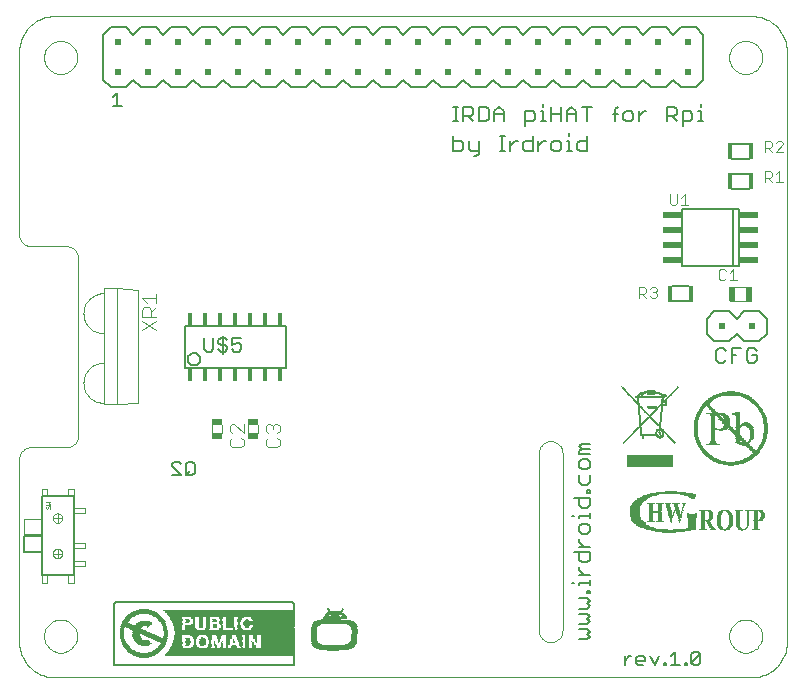
<source format=gto>
G75*
%MOIN*%
%OFA0B0*%
%FSLAX24Y24*%
%IPPOS*%
%LPD*%
%AMOC8*
5,1,8,0,0,1.08239X$1,22.5*
%
%ADD10C,0.0000*%
%ADD11C,0.0050*%
%ADD12C,0.0070*%
%ADD13C,0.0060*%
%ADD14R,0.0200X0.0200*%
%ADD15C,0.0080*%
%ADD16R,0.0598X0.0193*%
%ADD17C,0.0040*%
%ADD18R,0.0140X0.0560*%
%ADD19R,0.0197X0.0512*%
%ADD20R,0.6045X0.0015*%
%ADD21R,0.6045X0.0015*%
%ADD22R,0.0045X0.0015*%
%ADD23R,0.0045X0.0015*%
%ADD24R,0.0165X0.0015*%
%ADD25R,0.0345X0.0015*%
%ADD26R,0.0465X0.0015*%
%ADD27R,0.0555X0.0015*%
%ADD28R,0.0630X0.0015*%
%ADD29R,0.0705X0.0015*%
%ADD30R,0.4335X0.0015*%
%ADD31R,0.0765X0.0015*%
%ADD32R,0.4320X0.0015*%
%ADD33R,0.0795X0.0015*%
%ADD34R,0.4305X0.0015*%
%ADD35R,0.0855X0.0015*%
%ADD36R,0.4290X0.0015*%
%ADD37R,0.0915X0.0015*%
%ADD38R,0.4275X0.0015*%
%ADD39R,0.0360X0.0015*%
%ADD40R,0.4260X0.0015*%
%ADD41R,0.0315X0.0015*%
%ADD42R,0.4245X0.0015*%
%ADD43R,0.0300X0.0015*%
%ADD44R,0.4230X0.0015*%
%ADD45R,0.0270X0.0015*%
%ADD46R,0.0255X0.0015*%
%ADD47R,0.4215X0.0015*%
%ADD48R,0.0240X0.0015*%
%ADD49R,0.4200X0.0015*%
%ADD50R,0.0225X0.0015*%
%ADD51R,0.4185X0.0015*%
%ADD52R,0.0210X0.0015*%
%ADD53R,0.4170X0.0015*%
%ADD54R,0.4155X0.0015*%
%ADD55R,0.0195X0.0015*%
%ADD56R,0.0405X0.0015*%
%ADD57R,0.0105X0.0015*%
%ADD58R,0.0060X0.0015*%
%ADD59R,0.0075X0.0015*%
%ADD60R,0.0180X0.0015*%
%ADD61R,0.1155X0.0015*%
%ADD62R,0.0390X0.0015*%
%ADD63R,0.0090X0.0015*%
%ADD64R,0.0150X0.0015*%
%ADD65R,0.0135X0.0015*%
%ADD66R,0.0375X0.0015*%
%ADD67R,0.0120X0.0015*%
%ADD68R,0.0330X0.0015*%
%ADD69R,0.0435X0.0015*%
%ADD70R,0.0030X0.0015*%
%ADD71R,0.0480X0.0015*%
%ADD72R,0.0495X0.0015*%
%ADD73R,0.0015X0.0015*%
%ADD74R,0.0285X0.0015*%
%ADD75R,0.0450X0.0015*%
%ADD76R,0.0525X0.0015*%
%ADD77R,0.0885X0.0015*%
%ADD78R,0.3015X0.0015*%
%ADD79R,0.4020X0.0015*%
%ADD80R,0.0600X0.0015*%
%ADD81R,0.0570X0.0015*%
%ADD82R,0.0825X0.0015*%
%ADD83R,0.1440X0.0015*%
%ADD84R,0.1545X0.0015*%
%ADD85R,0.1500X0.0015*%
%ADD86R,0.1485X0.0015*%
%ADD87R,0.1455X0.0015*%
%ADD88R,0.1425X0.0015*%
%ADD89R,0.0510X0.0015*%
%ADD90R,0.0720X0.0015*%
%ADD91R,0.1410X0.0015*%
%ADD92R,0.0750X0.0015*%
%ADD93R,0.0945X0.0015*%
%ADD94R,0.0420X0.0015*%
%ADD95R,0.1395X0.0015*%
%ADD96R,0.1710X0.0015*%
%ADD97R,0.1695X0.0015*%
%ADD98R,0.1515X0.0015*%
%ADD99R,0.2565X0.0015*%
%ADD100R,0.1575X0.0015*%
%ADD101R,0.4350X0.0015*%
%ADD102R,0.4365X0.0015*%
%ADD103R,0.4395X0.0015*%
%ADD104R,0.0060X0.0015*%
%ADD105R,0.5985X0.0015*%
%ADD106R,0.5955X0.0015*%
%ADD107R,0.5910X0.0015*%
%ADD108R,0.0400X0.0010*%
%ADD109R,0.0760X0.0010*%
%ADD110R,0.0960X0.0010*%
%ADD111R,0.1030X0.0010*%
%ADD112R,0.1120X0.0010*%
%ADD113R,0.1190X0.0010*%
%ADD114R,0.1220X0.0010*%
%ADD115R,0.1260X0.0010*%
%ADD116R,0.1300X0.0010*%
%ADD117R,0.1320X0.0010*%
%ADD118R,0.1350X0.0010*%
%ADD119R,0.1370X0.0010*%
%ADD120R,0.1380X0.0010*%
%ADD121R,0.1400X0.0010*%
%ADD122R,0.1420X0.0010*%
%ADD123R,0.0600X0.0010*%
%ADD124R,0.0610X0.0010*%
%ADD125R,0.0420X0.0010*%
%ADD126R,0.0330X0.0010*%
%ADD127R,0.0360X0.0010*%
%ADD128R,0.0320X0.0010*%
%ADD129R,0.0280X0.0010*%
%ADD130R,0.0300X0.0010*%
%ADD131R,0.0260X0.0010*%
%ADD132R,0.0270X0.0010*%
%ADD133R,0.0240X0.0010*%
%ADD134R,0.0250X0.0010*%
%ADD135R,0.0230X0.0010*%
%ADD136R,0.0220X0.0010*%
%ADD137R,0.0210X0.0010*%
%ADD138R,0.0200X0.0010*%
%ADD139R,0.0190X0.0010*%
%ADD140R,0.0180X0.0010*%
%ADD141R,0.0170X0.0010*%
%ADD142R,0.0480X0.0010*%
%ADD143R,0.1410X0.0010*%
%ADD144R,0.1390X0.0010*%
%ADD145R,0.1360X0.0010*%
%ADD146R,0.1330X0.0010*%
%ADD147R,0.1310X0.0010*%
%ADD148R,0.1210X0.0010*%
%ADD149R,0.1160X0.0010*%
%ADD150R,0.1090X0.0010*%
%ADD151R,0.0970X0.0010*%
%ADD152R,0.0840X0.0010*%
%ADD153R,0.0660X0.0010*%
%ADD154R,0.0050X0.0010*%
%ADD155R,0.0790X0.0010*%
%ADD156R,0.0800X0.0010*%
%ADD157R,0.0780X0.0010*%
%ADD158R,0.0310X0.0010*%
%ADD159R,0.0290X0.0010*%
%ADD160R,0.0150X0.0010*%
%ADD161R,0.0160X0.0010*%
%ADD162R,0.0140X0.0010*%
%ADD163R,0.0130X0.0010*%
%ADD164R,0.0640X0.0010*%
%ADD165R,0.0590X0.0010*%
%ADD166R,0.0560X0.0010*%
%ADD167R,0.0540X0.0010*%
%ADD168R,0.0500X0.0010*%
%ADD169R,0.0470X0.0010*%
%ADD170R,0.0430X0.0010*%
%ADD171R,0.0030X0.0010*%
%ADD172R,0.0040X0.0010*%
%ADD173R,0.0020X0.0010*%
%ADD174R,0.1559X0.0016*%
%ADD175R,0.0031X0.0016*%
%ADD176R,0.0016X0.0016*%
%ADD177R,0.0063X0.0016*%
%ADD178R,0.0047X0.0016*%
%ADD179R,0.0094X0.0016*%
%ADD180R,0.0157X0.0016*%
%ADD181R,0.0189X0.0016*%
%ADD182R,0.0220X0.0016*%
%ADD183R,0.0252X0.0016*%
%ADD184R,0.0110X0.0016*%
%ADD185R,0.0583X0.0016*%
%ADD186R,0.0567X0.0016*%
%ADD187R,0.0079X0.0016*%
%ADD188R,0.0142X0.0016*%
%ADD189R,0.0126X0.0016*%
%ADD190R,0.0283X0.0016*%
%ADD191R,0.0268X0.0016*%
%ADD192R,0.0236X0.0016*%
%ADD193R,0.0362X0.0016*%
%ADD194R,0.0378X0.0016*%
%ADD195R,0.0331X0.0016*%
%ADD196R,0.0173X0.0016*%
%ADD197R,0.0945X0.0016*%
%ADD198R,0.1024X0.0016*%
%ADD199R,0.1039X0.0016*%
%ADD200R,0.0205X0.0016*%
%ADD201R,0.0457X0.0016*%
%ADD202R,0.0299X0.0016*%
%ADD203R,0.0614X0.0016*%
%ADD204R,0.0394X0.0016*%
%ADD205R,0.0441X0.0016*%
%ADD206R,0.0551X0.0016*%
%ADD207R,0.0724X0.0016*%
%ADD208R,0.0803X0.0016*%
%ADD209R,0.0866X0.0016*%
%ADD210R,0.0976X0.0016*%
%ADD211R,0.0315X0.0016*%
%ADD212R,0.0409X0.0016*%
%ADD213R,0.0488X0.0016*%
%ADD214R,0.0520X0.0016*%
%ADD215R,0.0346X0.0016*%
%ADD216R,0.0535X0.0016*%
%ADD217R,0.0992X0.0016*%
%ADD218R,0.0898X0.0016*%
%ADD219R,0.0819X0.0016*%
%ADD220R,0.0496X0.0024*%
%ADD221R,0.1016X0.0024*%
%ADD222R,0.1346X0.0024*%
%ADD223R,0.0071X0.0024*%
%ADD224R,0.0094X0.0024*%
%ADD225R,0.0685X0.0024*%
%ADD226R,0.0732X0.0024*%
%ADD227R,0.0260X0.0024*%
%ADD228R,0.0189X0.0024*%
%ADD229R,0.0213X0.0024*%
%ADD230R,0.0283X0.0024*%
%ADD231R,0.0449X0.0024*%
%ADD232R,0.0165X0.0024*%
%ADD233R,0.0142X0.0024*%
%ADD234R,0.0118X0.0024*%
%ADD235R,0.0425X0.0024*%
%ADD236R,0.0354X0.0024*%
%ADD237R,0.0402X0.0024*%
%ADD238R,0.0024X0.0024*%
%ADD239R,0.0378X0.0024*%
%ADD240R,0.0047X0.0024*%
%ADD241R,0.0307X0.0024*%
%ADD242R,0.0331X0.0024*%
%ADD243R,0.0236X0.0024*%
%ADD244R,0.0520X0.0024*%
%ADD245R,0.0614X0.0024*%
%ADD246R,0.1205X0.0024*%
%ADD247R,0.0969X0.0024*%
%ADD248R,0.0140X0.0400*%
%ADD249R,0.0374X0.0197*%
%ADD250R,0.0374X0.0197*%
%ADD251C,0.0020*%
%ADD252C,0.0010*%
%ADD253C,0.0039*%
%ADD254C,0.0010*%
D10*
X000150Y001331D02*
X000150Y007433D01*
X000152Y007472D01*
X000158Y007510D01*
X000167Y007547D01*
X000180Y007584D01*
X000197Y007619D01*
X000216Y007652D01*
X000239Y007683D01*
X000265Y007712D01*
X000294Y007738D01*
X000325Y007761D01*
X000358Y007780D01*
X000393Y007797D01*
X000430Y007810D01*
X000467Y007819D01*
X000505Y007825D01*
X000544Y007827D01*
X001725Y007827D01*
X001764Y007829D01*
X001802Y007835D01*
X001839Y007844D01*
X001876Y007857D01*
X001911Y007874D01*
X001944Y007893D01*
X001975Y007916D01*
X002004Y007942D01*
X002030Y007971D01*
X002053Y008002D01*
X002072Y008035D01*
X002089Y008070D01*
X002102Y008107D01*
X002111Y008144D01*
X002117Y008182D01*
X002119Y008221D01*
X002119Y014126D01*
X002117Y014165D01*
X002111Y014203D01*
X002102Y014240D01*
X002089Y014277D01*
X002072Y014312D01*
X002053Y014345D01*
X002030Y014376D01*
X002004Y014405D01*
X001975Y014431D01*
X001944Y014454D01*
X001911Y014473D01*
X001876Y014490D01*
X001839Y014503D01*
X001802Y014512D01*
X001764Y014518D01*
X001725Y014520D01*
X000544Y014520D01*
X000505Y014522D01*
X000467Y014528D01*
X000430Y014537D01*
X000393Y014550D01*
X000358Y014567D01*
X000325Y014586D01*
X000294Y014609D01*
X000265Y014635D01*
X000239Y014664D01*
X000216Y014695D01*
X000197Y014728D01*
X000180Y014763D01*
X000167Y014800D01*
X000158Y014837D01*
X000152Y014875D01*
X000150Y014914D01*
X000150Y021016D01*
X000152Y021082D01*
X000157Y021148D01*
X000167Y021214D01*
X000180Y021279D01*
X000196Y021343D01*
X000216Y021406D01*
X000240Y021468D01*
X000267Y021528D01*
X000297Y021587D01*
X000331Y021644D01*
X000368Y021699D01*
X000408Y021752D01*
X000450Y021803D01*
X000496Y021851D01*
X000544Y021897D01*
X000595Y021939D01*
X000648Y021979D01*
X000703Y022016D01*
X000760Y022050D01*
X000819Y022080D01*
X000879Y022107D01*
X000941Y022131D01*
X001004Y022151D01*
X001068Y022167D01*
X001133Y022180D01*
X001199Y022190D01*
X001265Y022195D01*
X001331Y022197D01*
X024559Y022197D01*
X024625Y022195D01*
X024691Y022190D01*
X024757Y022180D01*
X024822Y022167D01*
X024886Y022151D01*
X024949Y022131D01*
X025011Y022107D01*
X025071Y022080D01*
X025130Y022050D01*
X025187Y022016D01*
X025242Y021979D01*
X025295Y021939D01*
X025346Y021897D01*
X025394Y021851D01*
X025440Y021803D01*
X025482Y021752D01*
X025522Y021699D01*
X025559Y021644D01*
X025593Y021587D01*
X025623Y021528D01*
X025650Y021468D01*
X025674Y021406D01*
X025694Y021343D01*
X025710Y021279D01*
X025723Y021214D01*
X025733Y021148D01*
X025738Y021082D01*
X025740Y021016D01*
X025741Y021016D02*
X025741Y001331D01*
X025740Y001331D02*
X025738Y001265D01*
X025733Y001199D01*
X025723Y001133D01*
X025710Y001068D01*
X025694Y001004D01*
X025674Y000941D01*
X025650Y000879D01*
X025623Y000819D01*
X025593Y000760D01*
X025559Y000703D01*
X025522Y000648D01*
X025482Y000595D01*
X025440Y000544D01*
X025394Y000496D01*
X025346Y000450D01*
X025295Y000408D01*
X025242Y000368D01*
X025187Y000331D01*
X025130Y000297D01*
X025071Y000267D01*
X025011Y000240D01*
X024949Y000216D01*
X024886Y000196D01*
X024822Y000180D01*
X024757Y000167D01*
X024691Y000157D01*
X024625Y000152D01*
X024559Y000150D01*
X001331Y000150D01*
X001265Y000152D01*
X001199Y000157D01*
X001133Y000167D01*
X001068Y000180D01*
X001004Y000196D01*
X000941Y000216D01*
X000879Y000240D01*
X000819Y000267D01*
X000760Y000297D01*
X000703Y000331D01*
X000648Y000368D01*
X000595Y000408D01*
X000544Y000450D01*
X000496Y000496D01*
X000450Y000544D01*
X000408Y000595D01*
X000368Y000648D01*
X000331Y000703D01*
X000297Y000760D01*
X000267Y000819D01*
X000240Y000879D01*
X000216Y000941D01*
X000196Y001004D01*
X000180Y001068D01*
X000167Y001133D01*
X000157Y001199D01*
X000152Y001265D01*
X000150Y001331D01*
X000977Y001528D02*
X000979Y001575D01*
X000985Y001621D01*
X000995Y001667D01*
X001008Y001712D01*
X001026Y001755D01*
X001047Y001797D01*
X001071Y001837D01*
X001099Y001874D01*
X001130Y001909D01*
X001164Y001942D01*
X001200Y001971D01*
X001239Y001997D01*
X001280Y002020D01*
X001323Y002039D01*
X001367Y002055D01*
X001412Y002067D01*
X001458Y002075D01*
X001505Y002079D01*
X001551Y002079D01*
X001598Y002075D01*
X001644Y002067D01*
X001689Y002055D01*
X001733Y002039D01*
X001776Y002020D01*
X001817Y001997D01*
X001856Y001971D01*
X001892Y001942D01*
X001926Y001909D01*
X001957Y001874D01*
X001985Y001837D01*
X002009Y001797D01*
X002030Y001755D01*
X002048Y001712D01*
X002061Y001667D01*
X002071Y001621D01*
X002077Y001575D01*
X002079Y001528D01*
X002077Y001481D01*
X002071Y001435D01*
X002061Y001389D01*
X002048Y001344D01*
X002030Y001301D01*
X002009Y001259D01*
X001985Y001219D01*
X001957Y001182D01*
X001926Y001147D01*
X001892Y001114D01*
X001856Y001085D01*
X001817Y001059D01*
X001776Y001036D01*
X001733Y001017D01*
X001689Y001001D01*
X001644Y000989D01*
X001598Y000981D01*
X001551Y000977D01*
X001505Y000977D01*
X001458Y000981D01*
X001412Y000989D01*
X001367Y001001D01*
X001323Y001017D01*
X001280Y001036D01*
X001239Y001059D01*
X001200Y001085D01*
X001164Y001114D01*
X001130Y001147D01*
X001099Y001182D01*
X001071Y001219D01*
X001047Y001259D01*
X001026Y001301D01*
X001008Y001344D01*
X000995Y001389D01*
X000985Y001435D01*
X000979Y001481D01*
X000977Y001528D01*
X001273Y004279D02*
X001275Y004304D01*
X001281Y004328D01*
X001290Y004350D01*
X001303Y004371D01*
X001319Y004390D01*
X001338Y004406D01*
X001359Y004419D01*
X001381Y004428D01*
X001405Y004434D01*
X001430Y004436D01*
X001455Y004434D01*
X001479Y004428D01*
X001501Y004419D01*
X001522Y004406D01*
X001541Y004390D01*
X001557Y004371D01*
X001570Y004350D01*
X001579Y004328D01*
X001585Y004304D01*
X001587Y004279D01*
X001585Y004254D01*
X001579Y004230D01*
X001570Y004208D01*
X001557Y004187D01*
X001541Y004168D01*
X001522Y004152D01*
X001501Y004139D01*
X001479Y004130D01*
X001455Y004124D01*
X001430Y004122D01*
X001405Y004124D01*
X001381Y004130D01*
X001359Y004139D01*
X001338Y004152D01*
X001319Y004168D01*
X001303Y004187D01*
X001290Y004208D01*
X001281Y004230D01*
X001275Y004254D01*
X001273Y004279D01*
X001273Y005461D02*
X001275Y005486D01*
X001281Y005510D01*
X001290Y005532D01*
X001303Y005553D01*
X001319Y005572D01*
X001338Y005588D01*
X001359Y005601D01*
X001381Y005610D01*
X001405Y005616D01*
X001430Y005618D01*
X001455Y005616D01*
X001479Y005610D01*
X001501Y005601D01*
X001522Y005588D01*
X001541Y005572D01*
X001557Y005553D01*
X001570Y005532D01*
X001579Y005510D01*
X001585Y005486D01*
X001587Y005461D01*
X001585Y005436D01*
X001579Y005412D01*
X001570Y005390D01*
X001557Y005369D01*
X001541Y005350D01*
X001522Y005334D01*
X001501Y005321D01*
X001479Y005312D01*
X001455Y005306D01*
X001430Y005304D01*
X001405Y005306D01*
X001381Y005312D01*
X001359Y005321D01*
X001338Y005334D01*
X001319Y005350D01*
X001303Y005369D01*
X001290Y005390D01*
X001281Y005412D01*
X001275Y005436D01*
X001273Y005461D01*
X017473Y007630D02*
X017473Y001725D01*
X017475Y001686D01*
X017481Y001648D01*
X017490Y001611D01*
X017503Y001574D01*
X017520Y001539D01*
X017539Y001506D01*
X017562Y001475D01*
X017588Y001446D01*
X017617Y001420D01*
X017648Y001397D01*
X017681Y001378D01*
X017716Y001361D01*
X017753Y001348D01*
X017790Y001339D01*
X017828Y001333D01*
X017867Y001331D01*
X017906Y001333D01*
X017944Y001339D01*
X017981Y001348D01*
X018018Y001361D01*
X018053Y001378D01*
X018086Y001397D01*
X018117Y001420D01*
X018146Y001446D01*
X018172Y001475D01*
X018195Y001506D01*
X018214Y001539D01*
X018231Y001574D01*
X018244Y001611D01*
X018253Y001648D01*
X018259Y001686D01*
X018261Y001725D01*
X018260Y001725D02*
X018260Y007630D01*
X017867Y008024D02*
X017828Y008022D01*
X017790Y008016D01*
X017753Y008007D01*
X017716Y007994D01*
X017681Y007977D01*
X017648Y007958D01*
X017617Y007935D01*
X017588Y007909D01*
X017562Y007880D01*
X017539Y007849D01*
X017520Y007816D01*
X017503Y007781D01*
X017490Y007744D01*
X017481Y007707D01*
X017475Y007669D01*
X017473Y007630D01*
X017867Y008024D02*
X017906Y008022D01*
X017944Y008016D01*
X017981Y008007D01*
X018018Y007994D01*
X018053Y007977D01*
X018086Y007958D01*
X018117Y007935D01*
X018146Y007909D01*
X018172Y007880D01*
X018195Y007849D01*
X018214Y007816D01*
X018231Y007781D01*
X018244Y007744D01*
X018253Y007707D01*
X018259Y007669D01*
X018261Y007630D01*
X023812Y001528D02*
X023814Y001575D01*
X023820Y001621D01*
X023830Y001667D01*
X023843Y001712D01*
X023861Y001755D01*
X023882Y001797D01*
X023906Y001837D01*
X023934Y001874D01*
X023965Y001909D01*
X023999Y001942D01*
X024035Y001971D01*
X024074Y001997D01*
X024115Y002020D01*
X024158Y002039D01*
X024202Y002055D01*
X024247Y002067D01*
X024293Y002075D01*
X024340Y002079D01*
X024386Y002079D01*
X024433Y002075D01*
X024479Y002067D01*
X024524Y002055D01*
X024568Y002039D01*
X024611Y002020D01*
X024652Y001997D01*
X024691Y001971D01*
X024727Y001942D01*
X024761Y001909D01*
X024792Y001874D01*
X024820Y001837D01*
X024844Y001797D01*
X024865Y001755D01*
X024883Y001712D01*
X024896Y001667D01*
X024906Y001621D01*
X024912Y001575D01*
X024914Y001528D01*
X024912Y001481D01*
X024906Y001435D01*
X024896Y001389D01*
X024883Y001344D01*
X024865Y001301D01*
X024844Y001259D01*
X024820Y001219D01*
X024792Y001182D01*
X024761Y001147D01*
X024727Y001114D01*
X024691Y001085D01*
X024652Y001059D01*
X024611Y001036D01*
X024568Y001017D01*
X024524Y001001D01*
X024479Y000989D01*
X024433Y000981D01*
X024386Y000977D01*
X024340Y000977D01*
X024293Y000981D01*
X024247Y000989D01*
X024202Y001001D01*
X024158Y001017D01*
X024115Y001036D01*
X024074Y001059D01*
X024035Y001085D01*
X023999Y001114D01*
X023965Y001147D01*
X023934Y001182D01*
X023906Y001219D01*
X023882Y001259D01*
X023861Y001301D01*
X023843Y001344D01*
X023830Y001389D01*
X023820Y001435D01*
X023814Y001481D01*
X023812Y001528D01*
X023812Y020819D02*
X023814Y020866D01*
X023820Y020912D01*
X023830Y020958D01*
X023843Y021003D01*
X023861Y021046D01*
X023882Y021088D01*
X023906Y021128D01*
X023934Y021165D01*
X023965Y021200D01*
X023999Y021233D01*
X024035Y021262D01*
X024074Y021288D01*
X024115Y021311D01*
X024158Y021330D01*
X024202Y021346D01*
X024247Y021358D01*
X024293Y021366D01*
X024340Y021370D01*
X024386Y021370D01*
X024433Y021366D01*
X024479Y021358D01*
X024524Y021346D01*
X024568Y021330D01*
X024611Y021311D01*
X024652Y021288D01*
X024691Y021262D01*
X024727Y021233D01*
X024761Y021200D01*
X024792Y021165D01*
X024820Y021128D01*
X024844Y021088D01*
X024865Y021046D01*
X024883Y021003D01*
X024896Y020958D01*
X024906Y020912D01*
X024912Y020866D01*
X024914Y020819D01*
X024912Y020772D01*
X024906Y020726D01*
X024896Y020680D01*
X024883Y020635D01*
X024865Y020592D01*
X024844Y020550D01*
X024820Y020510D01*
X024792Y020473D01*
X024761Y020438D01*
X024727Y020405D01*
X024691Y020376D01*
X024652Y020350D01*
X024611Y020327D01*
X024568Y020308D01*
X024524Y020292D01*
X024479Y020280D01*
X024433Y020272D01*
X024386Y020268D01*
X024340Y020268D01*
X024293Y020272D01*
X024247Y020280D01*
X024202Y020292D01*
X024158Y020308D01*
X024115Y020327D01*
X024074Y020350D01*
X024035Y020376D01*
X023999Y020405D01*
X023965Y020438D01*
X023934Y020473D01*
X023906Y020510D01*
X023882Y020550D01*
X023861Y020592D01*
X023843Y020635D01*
X023830Y020680D01*
X023820Y020726D01*
X023814Y020772D01*
X023812Y020819D01*
X000977Y020819D02*
X000979Y020866D01*
X000985Y020912D01*
X000995Y020958D01*
X001008Y021003D01*
X001026Y021046D01*
X001047Y021088D01*
X001071Y021128D01*
X001099Y021165D01*
X001130Y021200D01*
X001164Y021233D01*
X001200Y021262D01*
X001239Y021288D01*
X001280Y021311D01*
X001323Y021330D01*
X001367Y021346D01*
X001412Y021358D01*
X001458Y021366D01*
X001505Y021370D01*
X001551Y021370D01*
X001598Y021366D01*
X001644Y021358D01*
X001689Y021346D01*
X001733Y021330D01*
X001776Y021311D01*
X001817Y021288D01*
X001856Y021262D01*
X001892Y021233D01*
X001926Y021200D01*
X001957Y021165D01*
X001985Y021128D01*
X002009Y021088D01*
X002030Y021046D01*
X002048Y021003D01*
X002061Y020958D01*
X002071Y020912D01*
X002077Y020866D01*
X002079Y020819D01*
X002077Y020772D01*
X002071Y020726D01*
X002061Y020680D01*
X002048Y020635D01*
X002030Y020592D01*
X002009Y020550D01*
X001985Y020510D01*
X001957Y020473D01*
X001926Y020438D01*
X001892Y020405D01*
X001856Y020376D01*
X001817Y020350D01*
X001776Y020327D01*
X001733Y020308D01*
X001689Y020292D01*
X001644Y020280D01*
X001598Y020272D01*
X001551Y020268D01*
X001505Y020268D01*
X001458Y020272D01*
X001412Y020280D01*
X001367Y020292D01*
X001323Y020308D01*
X001280Y020327D01*
X001239Y020350D01*
X001200Y020376D01*
X001164Y020405D01*
X001130Y020438D01*
X001099Y020473D01*
X001071Y020510D01*
X001047Y020550D01*
X001026Y020592D01*
X001008Y020635D01*
X000995Y020680D01*
X000985Y020726D01*
X000979Y020772D01*
X000977Y020819D01*
D11*
X003270Y019495D02*
X003420Y019645D01*
X003420Y019194D01*
X003270Y019194D02*
X003571Y019194D01*
X005670Y011870D02*
X005670Y010460D01*
X009030Y010460D01*
X009030Y011870D01*
X005670Y011870D01*
X006325Y011465D02*
X006325Y011090D01*
X006400Y011015D01*
X006550Y011015D01*
X006625Y011090D01*
X006625Y011465D01*
X006785Y011390D02*
X006860Y011465D01*
X007011Y011465D01*
X007086Y011390D01*
X007011Y011240D02*
X006860Y011240D01*
X006785Y011315D01*
X006785Y011390D01*
X006936Y011540D02*
X006936Y010940D01*
X006860Y011015D02*
X007011Y011015D01*
X007086Y011090D01*
X007086Y011165D01*
X007011Y011240D01*
X007246Y011240D02*
X007396Y011315D01*
X007471Y011315D01*
X007546Y011240D01*
X007546Y011090D01*
X007471Y011015D01*
X007321Y011015D01*
X007246Y011090D01*
X007246Y011240D02*
X007246Y011465D01*
X007546Y011465D01*
X006860Y011015D02*
X006785Y011090D01*
X005760Y010760D02*
X005762Y010789D01*
X005768Y010817D01*
X005777Y010844D01*
X005791Y010869D01*
X005807Y010893D01*
X005827Y010913D01*
X005849Y010932D01*
X005873Y010946D01*
X005900Y010958D01*
X005927Y010966D01*
X005956Y010970D01*
X005984Y010970D01*
X006013Y010966D01*
X006040Y010958D01*
X006067Y010946D01*
X006091Y010932D01*
X006113Y010913D01*
X006133Y010893D01*
X006149Y010869D01*
X006163Y010844D01*
X006172Y010817D01*
X006178Y010789D01*
X006180Y010760D01*
X006178Y010731D01*
X006172Y010703D01*
X006163Y010676D01*
X006149Y010651D01*
X006133Y010627D01*
X006113Y010607D01*
X006091Y010588D01*
X006067Y010574D01*
X006040Y010562D01*
X006013Y010554D01*
X005984Y010550D01*
X005956Y010550D01*
X005927Y010554D01*
X005900Y010562D01*
X005873Y010574D01*
X005849Y010588D01*
X005827Y010607D01*
X005807Y010627D01*
X005791Y010651D01*
X005777Y010676D01*
X005768Y010703D01*
X005762Y010731D01*
X005760Y010760D01*
X005771Y007345D02*
X005696Y007270D01*
X005696Y006970D01*
X005771Y006895D01*
X005921Y006895D01*
X005996Y006970D01*
X005996Y007270D01*
X005921Y007345D01*
X005771Y007345D01*
X005535Y007270D02*
X005460Y007345D01*
X005310Y007345D01*
X005235Y007270D01*
X005235Y007195D01*
X005535Y006895D01*
X005235Y006895D01*
X005696Y006895D02*
X005846Y007045D01*
X001961Y006189D02*
X001961Y005806D01*
X001961Y005648D01*
X001961Y004625D01*
X001961Y004467D01*
X001961Y004034D01*
X001961Y003877D01*
X001961Y003551D01*
X000899Y003551D01*
X000899Y004929D01*
X000899Y005441D01*
X000899Y006189D01*
X001784Y006189D01*
X001961Y006189D01*
X001706Y006189D02*
X001194Y006189D01*
X000899Y006051D02*
X000899Y004850D01*
X000308Y004850D01*
X000308Y004339D01*
X000899Y004339D01*
X000899Y003689D01*
X001194Y003551D02*
X001706Y003551D01*
X000899Y004339D02*
X000899Y004850D01*
X001961Y004752D02*
X001961Y005421D01*
X015303Y017525D02*
X015388Y017525D01*
X015473Y017610D01*
X015473Y018035D01*
X015473Y017695D02*
X015217Y017695D01*
X015132Y017780D01*
X015132Y018035D01*
X014957Y017950D02*
X014957Y017780D01*
X014872Y017695D01*
X014617Y017695D01*
X014617Y018205D01*
X014617Y018035D02*
X014872Y018035D01*
X014957Y017950D01*
X016164Y018205D02*
X016334Y018205D01*
X016249Y018205D02*
X016249Y017695D01*
X016164Y017695D02*
X016334Y017695D01*
X016507Y017695D02*
X016507Y018035D01*
X016507Y017865D02*
X016678Y018035D01*
X016763Y018035D01*
X016937Y017950D02*
X016937Y017780D01*
X017022Y017695D01*
X017277Y017695D01*
X017277Y018205D01*
X017277Y018035D02*
X017022Y018035D01*
X016937Y017950D01*
X017453Y018035D02*
X017453Y017695D01*
X017453Y017865D02*
X017623Y018035D01*
X017708Y018035D01*
X017882Y017950D02*
X017882Y017780D01*
X017968Y017695D01*
X018138Y017695D01*
X018223Y017780D01*
X018223Y017950D01*
X018138Y018035D01*
X017968Y018035D01*
X017882Y017950D01*
X018398Y018035D02*
X018483Y018035D01*
X018483Y017695D01*
X018398Y017695D02*
X018568Y017695D01*
X018742Y017780D02*
X018742Y017950D01*
X018827Y018035D01*
X019082Y018035D01*
X019082Y018205D02*
X019082Y017695D01*
X018827Y017695D01*
X018742Y017780D01*
X018483Y018205D02*
X018483Y018290D01*
X018908Y007944D02*
X019163Y007944D01*
X019163Y007774D02*
X018908Y007774D01*
X018823Y007859D01*
X018908Y007944D01*
X018908Y007774D02*
X018823Y007689D01*
X018823Y007603D01*
X019163Y007603D01*
X019078Y007428D02*
X018908Y007428D01*
X018823Y007343D01*
X018823Y007173D01*
X018908Y007088D01*
X019078Y007088D01*
X019163Y007173D01*
X019163Y007343D01*
X019078Y007428D01*
X019163Y006912D02*
X019163Y006657D01*
X019078Y006572D01*
X018908Y006572D01*
X018823Y006657D01*
X018823Y006912D01*
X019078Y006399D02*
X019163Y006399D01*
X019163Y006314D01*
X019078Y006314D01*
X019078Y006399D01*
X019163Y006139D02*
X019163Y005884D01*
X019078Y005799D01*
X018908Y005799D01*
X018823Y005884D01*
X018823Y006139D01*
X018653Y006139D02*
X019163Y006139D01*
X019163Y005625D02*
X019163Y005455D01*
X019163Y005540D02*
X018823Y005540D01*
X018823Y005455D01*
X018653Y005540D02*
X018567Y005540D01*
X018908Y005280D02*
X018823Y005195D01*
X018823Y005024D01*
X018908Y004939D01*
X019078Y004939D01*
X019163Y005024D01*
X019163Y005195D01*
X019078Y005280D01*
X018908Y005280D01*
X018823Y004765D02*
X018823Y004680D01*
X018993Y004510D01*
X019163Y004510D02*
X018823Y004510D01*
X018823Y004334D02*
X018823Y004079D01*
X018908Y003994D01*
X019078Y003994D01*
X019163Y004079D01*
X019163Y004334D01*
X018653Y004334D01*
X018823Y003819D02*
X018823Y003734D01*
X018993Y003564D01*
X019163Y003564D02*
X018823Y003564D01*
X018823Y003306D02*
X019163Y003306D01*
X019163Y003221D02*
X019163Y003391D01*
X018823Y003306D02*
X018823Y003221D01*
X018653Y003306D02*
X018567Y003306D01*
X019078Y003048D02*
X019163Y003048D01*
X019163Y002963D01*
X019078Y002963D01*
X019078Y003048D01*
X019078Y002787D02*
X018823Y002787D01*
X019078Y002787D02*
X019163Y002702D01*
X019078Y002617D01*
X019163Y002532D01*
X019078Y002447D01*
X018823Y002447D01*
X018823Y002272D02*
X019078Y002272D01*
X019163Y002187D01*
X019078Y002102D01*
X019163Y002016D01*
X019078Y001931D01*
X018823Y001931D01*
X018823Y001756D02*
X019078Y001756D01*
X019163Y001671D01*
X019078Y001586D01*
X019163Y001501D01*
X019078Y001416D01*
X018823Y001416D01*
X020332Y000863D02*
X020332Y000562D01*
X020332Y000713D02*
X020483Y000863D01*
X020558Y000863D01*
X020716Y000788D02*
X020791Y000863D01*
X020941Y000863D01*
X021016Y000788D01*
X021016Y000713D01*
X020716Y000713D01*
X020716Y000788D02*
X020716Y000637D01*
X020791Y000562D01*
X020941Y000562D01*
X021177Y000863D02*
X021327Y000562D01*
X021477Y000863D01*
X021637Y000637D02*
X021712Y000637D01*
X021712Y000562D01*
X021637Y000562D01*
X021637Y000637D01*
X021867Y000562D02*
X022167Y000562D01*
X022017Y000562D02*
X022017Y001013D01*
X021867Y000863D01*
X022328Y000637D02*
X022403Y000637D01*
X022403Y000562D01*
X022328Y000562D01*
X022328Y000637D01*
X022558Y000637D02*
X022858Y000938D01*
X022858Y000637D01*
X022783Y000562D01*
X022633Y000562D01*
X022558Y000637D01*
X022558Y000938D01*
X022633Y001013D01*
X022783Y001013D01*
X022858Y000938D01*
D12*
X022262Y018525D02*
X022262Y019016D01*
X022508Y019016D01*
X022589Y018934D01*
X022589Y018771D01*
X022508Y018689D01*
X022262Y018689D01*
X022074Y018689D02*
X021910Y018852D01*
X021992Y018852D02*
X021747Y018852D01*
X021747Y018689D02*
X021747Y019179D01*
X021992Y019179D01*
X022074Y019098D01*
X022074Y018934D01*
X021992Y018852D01*
X022778Y018689D02*
X022942Y018689D01*
X022860Y018689D02*
X022860Y019016D01*
X022778Y019016D01*
X022860Y019179D02*
X022860Y019261D01*
X021047Y019016D02*
X020965Y019016D01*
X020801Y018852D01*
X020801Y018689D02*
X020801Y019016D01*
X020613Y018934D02*
X020531Y019016D01*
X020368Y019016D01*
X020286Y018934D01*
X020286Y018771D01*
X020368Y018689D01*
X020531Y018689D01*
X020613Y018771D01*
X020613Y018934D01*
X020106Y018934D02*
X019942Y018934D01*
X020024Y019098D02*
X020024Y018689D01*
X020024Y019098D02*
X020106Y019179D01*
X019238Y019179D02*
X018911Y019179D01*
X019074Y019179D02*
X019074Y018689D01*
X018722Y018689D02*
X018722Y019016D01*
X018559Y019179D01*
X018395Y019016D01*
X018395Y018689D01*
X018206Y018689D02*
X018206Y019179D01*
X018206Y018934D02*
X017880Y018934D01*
X017880Y018689D02*
X017880Y019179D01*
X017618Y019179D02*
X017618Y019261D01*
X017618Y019016D02*
X017618Y018689D01*
X017699Y018689D02*
X017536Y018689D01*
X017347Y018771D02*
X017347Y018934D01*
X017265Y019016D01*
X017020Y019016D01*
X017020Y018525D01*
X017020Y018689D02*
X017265Y018689D01*
X017347Y018771D01*
X017536Y019016D02*
X017618Y019016D01*
X018395Y018934D02*
X018722Y018934D01*
X016316Y018934D02*
X015989Y018934D01*
X015989Y019016D02*
X015989Y018689D01*
X015800Y018771D02*
X015800Y019098D01*
X015718Y019179D01*
X015473Y019179D01*
X015473Y018689D01*
X015718Y018689D01*
X015800Y018771D01*
X015989Y019016D02*
X016152Y019179D01*
X016316Y019016D01*
X016316Y018689D01*
X015285Y018689D02*
X015121Y018852D01*
X015203Y018852D02*
X014958Y018852D01*
X014958Y018689D02*
X014958Y019179D01*
X015203Y019179D01*
X015285Y019098D01*
X015285Y018934D01*
X015203Y018852D01*
X014777Y018689D02*
X014614Y018689D01*
X014696Y018689D02*
X014696Y019179D01*
X014777Y019179D02*
X014614Y019179D01*
D13*
X014695Y019819D02*
X014195Y019819D01*
X013945Y020069D01*
X013695Y019819D01*
X013195Y019819D01*
X012945Y020069D01*
X012695Y019819D01*
X012195Y019819D01*
X011945Y020069D01*
X011695Y019819D01*
X011195Y019819D01*
X010945Y020069D01*
X010695Y019819D01*
X010195Y019819D01*
X009945Y020069D01*
X009695Y019819D01*
X009195Y019819D01*
X008945Y020069D01*
X008695Y019819D01*
X008195Y019819D01*
X007945Y020069D01*
X007695Y019819D01*
X007195Y019819D01*
X006945Y020069D01*
X006695Y019819D01*
X006195Y019819D01*
X005945Y020069D01*
X005695Y019819D01*
X005195Y019819D01*
X004945Y020069D01*
X004695Y019819D01*
X004195Y019819D01*
X003945Y020069D01*
X003695Y019819D01*
X003195Y019819D01*
X002945Y020069D01*
X002945Y021569D01*
X003195Y021819D01*
X003695Y021819D01*
X003945Y021569D01*
X004195Y021819D01*
X004695Y021819D01*
X004945Y021569D01*
X005195Y021819D01*
X005695Y021819D01*
X005945Y021569D01*
X006195Y021819D01*
X006695Y021819D01*
X006945Y021569D01*
X007195Y021819D01*
X007695Y021819D01*
X007945Y021569D01*
X008195Y021819D01*
X008695Y021819D01*
X008945Y021569D01*
X009195Y021819D01*
X009695Y021819D01*
X009945Y021569D01*
X010195Y021819D01*
X010695Y021819D01*
X010945Y021569D01*
X011195Y021819D01*
X011695Y021819D01*
X011945Y021569D01*
X012195Y021819D01*
X012695Y021819D01*
X012945Y021569D01*
X013195Y021819D01*
X013695Y021819D01*
X013945Y021569D01*
X014195Y021819D01*
X014695Y021819D01*
X014945Y021569D01*
X015195Y021819D01*
X015695Y021819D01*
X015945Y021569D01*
X016195Y021819D01*
X016695Y021819D01*
X016945Y021569D01*
X017195Y021819D01*
X017695Y021819D01*
X017945Y021569D01*
X018195Y021819D01*
X018695Y021819D01*
X018945Y021569D01*
X019195Y021819D01*
X019695Y021819D01*
X019945Y021569D01*
X020195Y021819D01*
X020695Y021819D01*
X020945Y021569D01*
X021195Y021819D01*
X021695Y021819D01*
X021945Y021569D01*
X022195Y021819D01*
X022695Y021819D01*
X022945Y021569D01*
X022945Y020069D01*
X022695Y019819D01*
X022195Y019819D01*
X021945Y020069D01*
X021695Y019819D01*
X021195Y019819D01*
X020945Y020069D01*
X020695Y019819D01*
X020195Y019819D01*
X019945Y020069D01*
X019695Y019819D01*
X019195Y019819D01*
X018945Y020069D01*
X018695Y019819D01*
X018195Y019819D01*
X017945Y020069D01*
X017695Y019819D01*
X017195Y019819D01*
X016945Y020069D01*
X016695Y019819D01*
X016195Y019819D01*
X015945Y020069D01*
X015695Y019819D01*
X015195Y019819D01*
X014945Y020069D01*
X014695Y019819D01*
X021915Y013194D02*
X022475Y013194D01*
X022475Y012694D02*
X021915Y012694D01*
X023069Y012105D02*
X023319Y012355D01*
X023819Y012355D01*
X024069Y012105D01*
X024319Y012355D01*
X024819Y012355D01*
X025069Y012105D01*
X025069Y011605D01*
X024819Y011355D01*
X024319Y011355D01*
X024069Y011605D01*
X023819Y011355D01*
X023319Y011355D01*
X023069Y011605D01*
X023069Y012105D01*
X023915Y016444D02*
X024475Y016444D01*
X024475Y016944D02*
X023915Y016944D01*
X023915Y017444D02*
X024475Y017444D01*
X024475Y017944D02*
X023915Y017944D01*
D14*
X022445Y020319D03*
X021445Y020319D03*
X020445Y020319D03*
X019445Y020319D03*
X018445Y020319D03*
X017445Y020319D03*
X016445Y020319D03*
X015445Y020319D03*
X014445Y020319D03*
X013445Y020319D03*
X012445Y020319D03*
X011445Y020319D03*
X010445Y020319D03*
X009445Y020319D03*
X008445Y020319D03*
X007445Y020319D03*
X006445Y020319D03*
X005445Y020319D03*
X004445Y020319D03*
X003445Y020319D03*
X003445Y021319D03*
X004445Y021319D03*
X005445Y021319D03*
X006445Y021319D03*
X007445Y021319D03*
X008445Y021319D03*
X009445Y021319D03*
X010445Y021319D03*
X011445Y021319D03*
X012445Y021319D03*
X013445Y021319D03*
X014445Y021319D03*
X015445Y021319D03*
X016445Y021319D03*
X017445Y021319D03*
X018445Y021319D03*
X019445Y021319D03*
X020445Y021319D03*
X021445Y021319D03*
X022445Y021319D03*
X023569Y011855D03*
X024569Y011855D03*
D15*
X024492Y011122D02*
X024412Y011042D01*
X024412Y010722D01*
X024492Y010642D01*
X024652Y010642D01*
X024732Y010722D01*
X024732Y010882D01*
X024572Y010882D01*
X024732Y011042D02*
X024652Y011122D01*
X024492Y011122D01*
X024216Y011122D02*
X023896Y011122D01*
X023896Y010642D01*
X023701Y010722D02*
X023620Y010642D01*
X023460Y010642D01*
X023380Y010722D01*
X023380Y011042D01*
X023460Y011122D01*
X023620Y011122D01*
X023701Y011042D01*
X023896Y010882D02*
X024056Y010882D01*
X024152Y013874D02*
X023955Y013874D01*
X023955Y015764D01*
X024152Y015764D01*
X024152Y013874D01*
X023955Y013874D02*
X022239Y013874D01*
X022239Y015764D01*
X023955Y015764D01*
D16*
X024491Y015569D03*
X024491Y015069D03*
X024491Y014569D03*
X024491Y014069D03*
X021900Y014069D03*
X021900Y014569D03*
X021900Y015069D03*
X021900Y015569D03*
D17*
X021900Y015889D02*
X022020Y015889D01*
X022080Y015949D01*
X022080Y016250D01*
X022209Y016129D02*
X022329Y016250D01*
X022329Y015889D01*
X022209Y015889D02*
X022449Y015889D01*
X021900Y015889D02*
X021840Y015949D01*
X021840Y016250D01*
X023525Y013762D02*
X023465Y013702D01*
X023465Y013462D01*
X023525Y013402D01*
X023645Y013402D01*
X023705Y013462D01*
X023834Y013402D02*
X024074Y013402D01*
X023954Y013402D02*
X023954Y013762D01*
X023834Y013642D01*
X023705Y013702D02*
X023645Y013762D01*
X023525Y013762D01*
X023831Y013181D02*
X024559Y013181D01*
X024559Y012708D02*
X023831Y012708D01*
X021411Y012862D02*
X021351Y012802D01*
X021231Y012802D01*
X021171Y012862D01*
X021043Y012802D02*
X020923Y012922D01*
X020983Y012922D02*
X020803Y012922D01*
X020803Y012802D02*
X020803Y013162D01*
X020983Y013162D01*
X021043Y013102D01*
X021043Y012982D01*
X020983Y012922D01*
X021171Y013102D02*
X021231Y013162D01*
X021351Y013162D01*
X021411Y013102D01*
X021411Y013042D01*
X021351Y012982D01*
X021411Y012922D01*
X021411Y012862D01*
X021351Y012982D02*
X021291Y012982D01*
X025003Y016677D02*
X025003Y017037D01*
X025183Y017037D01*
X025243Y016977D01*
X025243Y016857D01*
X025183Y016797D01*
X025003Y016797D01*
X025123Y016797D02*
X025243Y016677D01*
X025371Y016677D02*
X025611Y016677D01*
X025491Y016677D02*
X025491Y017037D01*
X025371Y016917D01*
X025371Y017677D02*
X025611Y017917D01*
X025611Y017977D01*
X025551Y018037D01*
X025431Y018037D01*
X025371Y017977D01*
X025243Y017977D02*
X025243Y017857D01*
X025183Y017797D01*
X025003Y017797D01*
X025123Y017797D02*
X025243Y017677D01*
X025371Y017677D02*
X025611Y017677D01*
X025243Y017977D02*
X025183Y018037D01*
X025003Y018037D01*
X025003Y017677D01*
X008830Y008520D02*
X008830Y008366D01*
X008753Y008290D01*
X008753Y008136D02*
X008830Y008059D01*
X008830Y007906D01*
X008753Y007829D01*
X008446Y007829D01*
X008370Y007906D01*
X008370Y008059D01*
X008446Y008136D01*
X008446Y008290D02*
X008370Y008366D01*
X008370Y008520D01*
X008446Y008597D01*
X008523Y008597D01*
X008600Y008520D01*
X008677Y008597D01*
X008753Y008597D01*
X008830Y008520D01*
X008600Y008520D02*
X008600Y008443D01*
X008120Y008570D02*
X008120Y008290D01*
X007785Y008290D02*
X007785Y008570D01*
X007630Y008597D02*
X007630Y008290D01*
X007323Y008597D01*
X007246Y008597D01*
X007170Y008520D01*
X007170Y008366D01*
X007246Y008290D01*
X007246Y008136D02*
X007170Y008059D01*
X007170Y007906D01*
X007246Y007829D01*
X007553Y007829D01*
X007630Y007906D01*
X007630Y008059D01*
X007553Y008136D01*
X006920Y008290D02*
X006920Y008570D01*
X006585Y008570D02*
X006585Y008290D01*
X004102Y009300D02*
X003394Y009261D01*
X003394Y009615D01*
X003394Y012765D01*
X003394Y013119D01*
X004102Y013080D01*
X004102Y012765D01*
X004102Y009615D01*
X004102Y009300D01*
X003394Y009261D02*
X002961Y009261D01*
X002961Y013119D01*
X003394Y013119D01*
X004240Y012793D02*
X004394Y012639D01*
X004470Y012486D02*
X004317Y012486D01*
X004240Y012409D01*
X004240Y012179D01*
X004701Y012179D01*
X004701Y012026D02*
X004240Y011719D01*
X004240Y012026D02*
X004701Y011719D01*
X004547Y012179D02*
X004547Y012409D01*
X004470Y012486D01*
X004547Y012332D02*
X004701Y012486D01*
X004701Y012639D02*
X004701Y012946D01*
X004701Y012793D02*
X004240Y012793D01*
X002961Y012961D02*
X002911Y012959D01*
X002861Y012954D01*
X002812Y012944D01*
X002764Y012931D01*
X002717Y012915D01*
X002671Y012895D01*
X002627Y012871D01*
X002584Y012845D01*
X002544Y012815D01*
X002506Y012782D01*
X002471Y012747D01*
X002438Y012709D01*
X002408Y012669D01*
X002382Y012627D01*
X002358Y012582D01*
X002338Y012536D01*
X002322Y012489D01*
X002309Y012441D01*
X002299Y012392D01*
X002294Y012342D01*
X002292Y012292D01*
X002294Y012242D01*
X002299Y012192D01*
X002309Y012143D01*
X002322Y012095D01*
X002338Y012048D01*
X002358Y012002D01*
X002382Y011958D01*
X002408Y011915D01*
X002438Y011875D01*
X002471Y011837D01*
X002506Y011802D01*
X002544Y011769D01*
X002584Y011739D01*
X002626Y011713D01*
X002671Y011689D01*
X002717Y011669D01*
X002764Y011653D01*
X002812Y011640D01*
X002861Y011630D01*
X002911Y011625D01*
X002961Y011623D01*
X002961Y010639D02*
X002911Y010637D01*
X002861Y010632D01*
X002812Y010622D01*
X002764Y010609D01*
X002717Y010593D01*
X002671Y010573D01*
X002627Y010549D01*
X002584Y010523D01*
X002544Y010493D01*
X002506Y010460D01*
X002471Y010425D01*
X002438Y010387D01*
X002408Y010347D01*
X002382Y010305D01*
X002358Y010260D01*
X002338Y010214D01*
X002322Y010167D01*
X002309Y010119D01*
X002299Y010070D01*
X002294Y010020D01*
X002292Y009970D01*
X002294Y009920D01*
X002299Y009870D01*
X002309Y009821D01*
X002322Y009773D01*
X002338Y009726D01*
X002358Y009680D01*
X002382Y009636D01*
X002408Y009593D01*
X002438Y009553D01*
X002471Y009515D01*
X002506Y009480D01*
X002544Y009447D01*
X002584Y009417D01*
X002626Y009391D01*
X002671Y009367D01*
X002717Y009347D01*
X002764Y009331D01*
X002812Y009318D01*
X002861Y009308D01*
X002911Y009303D01*
X002961Y009301D01*
D18*
X021855Y012944D03*
X022535Y012944D03*
X023855Y016694D03*
X024535Y016694D03*
X024535Y017694D03*
X023855Y017694D03*
D19*
X023900Y012944D03*
X024491Y012944D03*
D20*
X006315Y000544D03*
D21*
X006315Y000559D03*
X006315Y000574D03*
D22*
X003315Y000589D03*
X003315Y000604D03*
X003315Y000619D03*
X003315Y000634D03*
X003315Y000649D03*
X003315Y000664D03*
X003315Y000679D03*
X003315Y000694D03*
X003315Y000709D03*
X003315Y000724D03*
X003315Y000739D03*
X003315Y000754D03*
X003315Y000769D03*
X003315Y000784D03*
X003315Y000799D03*
X003315Y000814D03*
X003315Y000829D03*
X003315Y000844D03*
X003315Y000859D03*
X003315Y000874D03*
X003315Y000889D03*
X003315Y000904D03*
X003315Y000919D03*
X003315Y000934D03*
X003315Y000949D03*
X003315Y000964D03*
X003315Y000979D03*
X003315Y000994D03*
X003315Y001009D03*
X003315Y001024D03*
X003315Y001039D03*
X003315Y001054D03*
X003315Y001069D03*
X003315Y001084D03*
X003315Y001099D03*
X003315Y001114D03*
X003315Y001129D03*
X003315Y001144D03*
X003315Y001159D03*
X003315Y001174D03*
X003315Y001189D03*
X003315Y001204D03*
X003315Y001219D03*
X003315Y001234D03*
X003315Y001249D03*
X003315Y001264D03*
X003315Y001279D03*
X003315Y001294D03*
X003315Y001309D03*
X003315Y001324D03*
X003315Y001339D03*
X003315Y001354D03*
X003315Y001369D03*
X003315Y001384D03*
X003315Y001399D03*
X003315Y001414D03*
X003315Y001429D03*
X003315Y001444D03*
X003315Y001459D03*
X003315Y001474D03*
X003315Y001489D03*
X003315Y001504D03*
X003315Y001519D03*
X003315Y001534D03*
X003315Y001549D03*
X003315Y001564D03*
X003315Y001579D03*
X003315Y001594D03*
X003315Y001609D03*
X003315Y001624D03*
X003315Y001639D03*
X003315Y001654D03*
X003315Y001669D03*
X003315Y001684D03*
X003315Y001699D03*
X003315Y001714D03*
X003315Y001729D03*
X003315Y001744D03*
X003315Y001759D03*
X003315Y001774D03*
X003315Y001789D03*
X003315Y001804D03*
X003315Y001819D03*
X003315Y001834D03*
X003315Y001849D03*
X003315Y001864D03*
X003315Y001879D03*
X003315Y001894D03*
X003315Y001909D03*
X003315Y001924D03*
X003315Y001939D03*
X003315Y001954D03*
X003315Y001969D03*
X003315Y001984D03*
X003315Y001999D03*
X003315Y002014D03*
X003315Y002029D03*
X003315Y002044D03*
X003315Y002059D03*
X003315Y002074D03*
X003315Y002089D03*
X003315Y002104D03*
X003315Y002119D03*
X003315Y002134D03*
X003315Y002149D03*
X003315Y002164D03*
X003315Y002179D03*
X003315Y002194D03*
X003315Y002209D03*
X003315Y002224D03*
X003315Y002239D03*
X003315Y002254D03*
X003315Y002269D03*
X003315Y002284D03*
X003315Y002299D03*
X003315Y002314D03*
X003315Y002329D03*
X003315Y002344D03*
X003315Y002359D03*
X003315Y002374D03*
X003315Y002389D03*
X003315Y002404D03*
X003315Y002419D03*
X003315Y002434D03*
X003315Y002449D03*
X003315Y002464D03*
X003315Y002479D03*
X003315Y002494D03*
X003315Y002509D03*
X003315Y002524D03*
X003315Y002539D03*
X003315Y002554D03*
X003315Y002569D03*
D23*
X004440Y001369D03*
X006255Y001459D03*
X006690Y001234D03*
X006690Y001219D03*
X006690Y001204D03*
X006915Y001234D03*
X006915Y001249D03*
X006915Y001264D03*
X007320Y001339D03*
X007935Y001294D03*
X007935Y001279D03*
X008055Y001339D03*
X008055Y001354D03*
X009315Y000859D03*
X009315Y000844D03*
X009315Y000829D03*
X009315Y000814D03*
X009315Y000799D03*
X009315Y000784D03*
X009315Y000769D03*
X009315Y000754D03*
X009315Y000739D03*
X009315Y000724D03*
X009315Y000709D03*
X009315Y000694D03*
X009315Y000679D03*
X009315Y000664D03*
X009315Y000649D03*
X009315Y000634D03*
X009315Y000619D03*
X009315Y000604D03*
X009315Y000589D03*
X009315Y002389D03*
X009315Y002404D03*
X009315Y002419D03*
X009315Y002434D03*
X009315Y002449D03*
X009315Y002464D03*
X009315Y002479D03*
X009315Y002494D03*
X009315Y002509D03*
X009315Y002524D03*
X009315Y002539D03*
X009315Y002554D03*
X009315Y002569D03*
D24*
X007995Y001534D03*
X007740Y001834D03*
X007740Y002029D03*
X007515Y002119D03*
X007515Y001744D03*
X007515Y001399D03*
X007515Y001384D03*
X007515Y001369D03*
X007320Y001174D03*
X007125Y001384D03*
X007125Y001399D03*
X007125Y001414D03*
X006795Y001519D03*
X006855Y001714D03*
X006675Y001834D03*
X006675Y001849D03*
X006675Y001864D03*
X006405Y001729D03*
X006195Y001849D03*
X006195Y001864D03*
X006195Y001879D03*
X006195Y001894D03*
X006195Y001909D03*
X006195Y001924D03*
X006195Y001939D03*
X006195Y001954D03*
X006195Y001969D03*
X006195Y001984D03*
X006195Y001999D03*
X006195Y002014D03*
X006195Y002029D03*
X006195Y002044D03*
X006195Y002059D03*
X006195Y002074D03*
X006195Y002089D03*
X006195Y002104D03*
X006195Y002119D03*
X006195Y002134D03*
X006195Y002149D03*
X005925Y002149D03*
X005775Y001399D03*
X005775Y001384D03*
X005775Y001369D03*
X005775Y001354D03*
X005775Y001279D03*
X005775Y001264D03*
X005775Y001249D03*
X006015Y001159D03*
X006255Y001219D03*
X006480Y001129D03*
X004965Y001279D03*
X004950Y001264D03*
X004950Y001249D03*
X004935Y001234D03*
X004920Y001204D03*
X004305Y000799D03*
X003705Y001189D03*
X003675Y001234D03*
X003660Y001249D03*
X003660Y001264D03*
X003645Y001294D03*
X003630Y001324D03*
X003675Y001969D03*
X003705Y002014D03*
X004305Y002404D03*
X004920Y001999D03*
X004935Y001969D03*
X004950Y001954D03*
X004950Y001939D03*
X004965Y001924D03*
X004965Y001909D03*
X004980Y001879D03*
D25*
X005415Y001984D03*
X005415Y001999D03*
X005865Y001759D03*
X005415Y001219D03*
X005415Y001204D03*
X004305Y000814D03*
X003735Y001894D03*
X004305Y002389D03*
D26*
X004305Y002374D03*
X003990Y001789D03*
X004170Y001669D03*
X004305Y000829D03*
D27*
X004305Y000844D03*
X004305Y002359D03*
D28*
X004312Y002344D03*
X004312Y000859D03*
D29*
X004305Y000874D03*
X004305Y002329D03*
D30*
X007170Y002329D03*
X007170Y000874D03*
D31*
X004305Y000889D03*
X004305Y002314D03*
D32*
X007177Y002314D03*
X007177Y000889D03*
D33*
X004305Y000904D03*
X004305Y002299D03*
D34*
X007185Y002299D03*
X007185Y000904D03*
D35*
X004305Y000919D03*
X004305Y002284D03*
D36*
X007192Y002284D03*
X007192Y000919D03*
D37*
X004305Y000934D03*
X004305Y002269D03*
D38*
X007200Y002269D03*
X007200Y000934D03*
D39*
X005992Y001099D03*
X005407Y001174D03*
X005407Y001189D03*
X005872Y001744D03*
X005407Y002014D03*
X005407Y002029D03*
X004597Y002254D03*
X004012Y002254D03*
X004417Y001579D03*
X004717Y001444D03*
X004597Y000949D03*
X004012Y000949D03*
D40*
X007207Y000949D03*
X007207Y002254D03*
D41*
X005850Y001849D03*
X005850Y001834D03*
X005850Y001819D03*
X005430Y001909D03*
X005430Y001924D03*
X005430Y001939D03*
X005430Y001294D03*
X005430Y001279D03*
X005430Y001264D03*
X004635Y000964D03*
X004320Y001219D03*
X004140Y001369D03*
X003975Y000964D03*
X003975Y002239D03*
X004635Y002239D03*
D42*
X007215Y002239D03*
X007215Y000964D03*
D43*
X006007Y001534D03*
X005437Y001354D03*
X005437Y001339D03*
X005437Y001324D03*
X005437Y001309D03*
X004912Y001339D03*
X004672Y000979D03*
X003937Y000979D03*
X003712Y001909D03*
X003937Y002224D03*
X005437Y001894D03*
X005437Y001879D03*
X005437Y001864D03*
X005437Y001849D03*
D44*
X007222Y002209D03*
X007222Y002224D03*
X007222Y000994D03*
X007222Y000979D03*
D45*
X007192Y001804D03*
X007192Y001819D03*
X007192Y001834D03*
X007192Y001849D03*
X007192Y001864D03*
X007192Y001879D03*
X007192Y001894D03*
X007192Y001909D03*
X007192Y001924D03*
X007192Y001939D03*
X007192Y001954D03*
X007192Y001969D03*
X007192Y001984D03*
X007192Y001999D03*
X007192Y002014D03*
X007192Y002029D03*
X007192Y002044D03*
X007192Y002059D03*
X007192Y002074D03*
X007192Y002089D03*
X007192Y002104D03*
X007192Y002119D03*
X007192Y002134D03*
X007192Y002149D03*
X006007Y001114D03*
X005452Y001444D03*
X005452Y001459D03*
X005452Y001474D03*
X005452Y001489D03*
X005452Y001504D03*
X005452Y001519D03*
X005452Y001534D03*
X005452Y001714D03*
X005452Y001729D03*
X005452Y001744D03*
X005452Y001759D03*
X004927Y001324D03*
X004702Y000994D03*
X004102Y001414D03*
X003907Y000994D03*
X004327Y001999D03*
X003907Y002209D03*
X004702Y002209D03*
D46*
X004725Y002194D03*
X004080Y001459D03*
X004080Y001444D03*
X004095Y001429D03*
X003885Y001009D03*
X004725Y001009D03*
X003705Y001924D03*
X003885Y002194D03*
D47*
X007230Y002194D03*
X007230Y001009D03*
D48*
X006007Y001129D03*
X006007Y001519D03*
X004747Y001024D03*
X004327Y001204D03*
X004072Y001474D03*
X004072Y001489D03*
X004057Y001504D03*
X004057Y001519D03*
X004057Y001534D03*
X004057Y001549D03*
X004057Y001564D03*
X003862Y001024D03*
X003862Y002179D03*
X004747Y002179D03*
D49*
X007237Y002179D03*
X007237Y001024D03*
D50*
X007485Y001534D03*
X007545Y002149D03*
X006450Y001099D03*
X006255Y001309D03*
X006255Y001324D03*
X004785Y001054D03*
X004770Y001039D03*
X004050Y001579D03*
X004050Y001594D03*
X003690Y001939D03*
X003810Y002134D03*
X003825Y002149D03*
X003840Y002164D03*
X004770Y002164D03*
X004785Y002149D03*
X003810Y001069D03*
X003825Y001054D03*
X003840Y001039D03*
D51*
X007245Y001039D03*
X007245Y001054D03*
D52*
X007312Y001099D03*
X007312Y001114D03*
X007492Y001489D03*
X007492Y001504D03*
X007492Y001519D03*
X007537Y001714D03*
X007147Y001534D03*
X007147Y001519D03*
X007147Y001504D03*
X006262Y001369D03*
X006262Y001354D03*
X006262Y001339D03*
X006262Y001294D03*
X006262Y001279D03*
X006262Y001264D03*
X006007Y001504D03*
X004942Y001309D03*
X004822Y001084D03*
X004807Y001069D03*
X003787Y001084D03*
X003787Y002119D03*
X004807Y002134D03*
X004822Y002119D03*
D53*
X007252Y001069D03*
D54*
X007260Y001084D03*
D55*
X007320Y001129D03*
X007500Y001444D03*
X007500Y001459D03*
X007500Y001474D03*
X007140Y001474D03*
X007140Y001489D03*
X007740Y001879D03*
X007530Y002134D03*
X006390Y001714D03*
X006465Y001534D03*
X006255Y001384D03*
X006255Y001249D03*
X006465Y001114D03*
X006015Y001144D03*
X004875Y001144D03*
X004860Y001129D03*
X004845Y001114D03*
X004830Y001099D03*
X003780Y001099D03*
X003765Y001114D03*
X003750Y001129D03*
X003735Y001144D03*
X003675Y001954D03*
X003735Y002059D03*
X003750Y002074D03*
X003765Y002089D03*
X003780Y002104D03*
X004830Y002104D03*
X004845Y002089D03*
X004860Y002074D03*
X004875Y002059D03*
D56*
X005385Y002104D03*
X005385Y002119D03*
X005895Y001714D03*
X005385Y001099D03*
X004875Y001384D03*
X004005Y001774D03*
D57*
X004320Y001189D03*
X005745Y001444D03*
X005745Y001954D03*
X005745Y002059D03*
X005955Y002104D03*
X005955Y001909D03*
X006195Y001804D03*
X006435Y001804D03*
X006435Y001819D03*
X006435Y001834D03*
X006435Y001849D03*
X006435Y001864D03*
X006435Y001879D03*
X006435Y001894D03*
X006435Y001909D03*
X006435Y001924D03*
X006435Y001939D03*
X006435Y001954D03*
X006435Y001969D03*
X006435Y001984D03*
X006435Y001999D03*
X006435Y002014D03*
X006435Y002029D03*
X006435Y002044D03*
X006435Y002059D03*
X006435Y002074D03*
X006435Y002089D03*
X006435Y002104D03*
X006435Y002119D03*
X006435Y002134D03*
X006435Y002149D03*
X006885Y002104D03*
X006885Y002089D03*
X006885Y001999D03*
X006885Y001984D03*
X006885Y001924D03*
X006885Y001759D03*
X006795Y001429D03*
X006510Y001429D03*
X006510Y001444D03*
X006510Y001414D03*
X006510Y001219D03*
X006510Y001204D03*
X006705Y001099D03*
X006885Y001099D03*
X007095Y001234D03*
X007095Y001249D03*
X007545Y001234D03*
X007545Y001219D03*
X007545Y001204D03*
X007755Y001204D03*
X007755Y001219D03*
X007755Y001234D03*
X007755Y001249D03*
X007755Y001264D03*
X007755Y001279D03*
X007755Y001294D03*
X007755Y001309D03*
X007755Y001324D03*
X007755Y001339D03*
X007755Y001354D03*
X007755Y001369D03*
X007755Y001384D03*
X007755Y001399D03*
X007755Y001414D03*
X007755Y001429D03*
X007755Y001444D03*
X007755Y001459D03*
X007755Y001474D03*
X007755Y001489D03*
X007755Y001504D03*
X007755Y001519D03*
X007755Y001534D03*
X008025Y001444D03*
X007965Y001189D03*
X007755Y001189D03*
X007755Y001174D03*
X007755Y001159D03*
X007755Y001144D03*
X007755Y001129D03*
X007755Y001114D03*
X007755Y001099D03*
X007740Y001804D03*
X007485Y001819D03*
X007485Y001834D03*
X007485Y001849D03*
X007485Y002014D03*
X007485Y002029D03*
X007485Y002044D03*
D58*
X007297Y001789D03*
X007297Y001774D03*
X007297Y001759D03*
X007297Y001744D03*
X007297Y001729D03*
X007297Y001714D03*
X007312Y001324D03*
X007312Y001309D03*
X007072Y001144D03*
X007072Y001129D03*
X007072Y001114D03*
X007072Y001099D03*
X006907Y001189D03*
X006907Y001204D03*
X006907Y001219D03*
X006802Y001339D03*
X006802Y001354D03*
X006802Y001369D03*
X006697Y001189D03*
X006697Y001174D03*
X006697Y001159D03*
X006007Y001264D03*
X006007Y001279D03*
X006007Y001294D03*
X006007Y001309D03*
X006007Y001324D03*
X006007Y001339D03*
X006007Y001354D03*
X006007Y001369D03*
X007567Y001114D03*
X007942Y001249D03*
X007942Y001264D03*
X008047Y001369D03*
X009307Y002584D03*
X009307Y002599D03*
X003337Y002599D03*
D59*
X003345Y002614D03*
X004440Y001834D03*
X005970Y001939D03*
X005970Y001954D03*
X005970Y001969D03*
X005970Y001984D03*
X005970Y001999D03*
X005970Y002014D03*
X005970Y002029D03*
X005970Y002044D03*
X005970Y002059D03*
X005970Y002074D03*
X006015Y001384D03*
X006255Y001189D03*
X006705Y001144D03*
X006705Y001129D03*
X006900Y001144D03*
X006900Y001159D03*
X006900Y001174D03*
X007080Y001174D03*
X007080Y001159D03*
X006795Y001384D03*
X006900Y001789D03*
X006900Y001804D03*
X006900Y001819D03*
X006900Y001834D03*
X006900Y001849D03*
X006900Y001864D03*
X006900Y001879D03*
X007560Y001144D03*
X007560Y001129D03*
X007560Y001099D03*
X007950Y001234D03*
X008040Y001384D03*
X008040Y001399D03*
X009285Y002614D03*
D60*
X007732Y002014D03*
X007732Y001999D03*
X007732Y001864D03*
X007732Y001849D03*
X007522Y001729D03*
X007507Y001429D03*
X007507Y001414D03*
X007312Y001159D03*
X007312Y001144D03*
X007132Y001429D03*
X007132Y001444D03*
X007132Y001459D03*
X006802Y001534D03*
X006472Y001519D03*
X006262Y001414D03*
X006262Y001399D03*
X006262Y001234D03*
X006007Y001489D03*
X005782Y001339D03*
X005782Y001324D03*
X005782Y001309D03*
X005782Y001294D03*
X005917Y001864D03*
X004957Y001294D03*
X004927Y001219D03*
X004912Y001189D03*
X004897Y001174D03*
X004882Y001159D03*
X004927Y001984D03*
X004912Y002014D03*
X004897Y002029D03*
X004882Y002044D03*
X003727Y002044D03*
X003712Y002029D03*
X003697Y001999D03*
X003682Y001984D03*
X003682Y001219D03*
X003697Y001204D03*
X003712Y001174D03*
X003727Y001159D03*
X006847Y002149D03*
X007987Y001099D03*
D61*
X008760Y001099D03*
X008760Y001114D03*
X008760Y001129D03*
X008760Y001144D03*
X008760Y001159D03*
X008760Y001174D03*
X008760Y001189D03*
X008760Y001204D03*
X008760Y001219D03*
X008760Y001234D03*
X008760Y001249D03*
X008760Y001264D03*
X008760Y001279D03*
X008760Y001294D03*
X008760Y001309D03*
X008760Y001324D03*
X008760Y001339D03*
X008760Y001354D03*
X008760Y001369D03*
X008760Y001384D03*
X008760Y001399D03*
X008760Y001414D03*
X008760Y001429D03*
X008760Y001444D03*
X008760Y001459D03*
X008760Y001474D03*
X008760Y001489D03*
X008760Y001504D03*
X008760Y001519D03*
X008760Y001534D03*
D62*
X005392Y001129D03*
X005392Y001114D03*
X004327Y001969D03*
X004147Y001699D03*
X003742Y001879D03*
X005392Y002074D03*
X005392Y002089D03*
D63*
X005962Y002089D03*
X005962Y001924D03*
X006007Y001429D03*
X006007Y001414D03*
X006007Y001399D03*
X006007Y001249D03*
X006007Y001234D03*
X006007Y001219D03*
X006517Y001234D03*
X006517Y001249D03*
X006517Y001264D03*
X006517Y001279D03*
X006517Y001294D03*
X006517Y001309D03*
X006517Y001324D03*
X006517Y001339D03*
X006517Y001354D03*
X006517Y001369D03*
X006517Y001384D03*
X006517Y001399D03*
X006802Y001399D03*
X006802Y001414D03*
X006892Y001129D03*
X006892Y001114D03*
X006712Y001114D03*
X007087Y001189D03*
X007087Y001204D03*
X007087Y001219D03*
X007312Y001294D03*
X007552Y001189D03*
X007552Y001174D03*
X007552Y001159D03*
X007957Y001204D03*
X007957Y001219D03*
X008032Y001414D03*
X008032Y001429D03*
X007477Y001864D03*
X007477Y001879D03*
X007477Y001894D03*
X007477Y001909D03*
X007477Y001924D03*
X007477Y001939D03*
X007477Y001954D03*
X007477Y001969D03*
X007477Y001984D03*
X007477Y001999D03*
X007732Y002059D03*
X006892Y002059D03*
X006892Y002074D03*
X006892Y002044D03*
X006892Y002029D03*
X006892Y002014D03*
X006892Y001909D03*
X006892Y001894D03*
X006892Y001774D03*
D64*
X006667Y001819D03*
X006667Y001879D03*
X006667Y002014D03*
X006667Y002029D03*
X006412Y001744D03*
X006202Y001834D03*
X006007Y001474D03*
X005767Y001414D03*
X005767Y001234D03*
X005767Y001219D03*
X006007Y001174D03*
X006262Y001429D03*
X006487Y001504D03*
X006487Y001144D03*
X006802Y001489D03*
X006802Y001504D03*
X007117Y001369D03*
X007117Y001354D03*
X007312Y001189D03*
X007522Y001324D03*
X007522Y001339D03*
X007522Y001354D03*
X007507Y001759D03*
X007507Y002104D03*
X008002Y001519D03*
X008002Y001504D03*
X007987Y001114D03*
X005032Y001504D03*
X005032Y001519D03*
X005032Y001534D03*
X005032Y001549D03*
X005032Y001564D03*
X005032Y001579D03*
X005032Y001594D03*
X005032Y001609D03*
X005032Y001624D03*
X005032Y001639D03*
X005032Y001654D03*
X005032Y001669D03*
X005032Y001684D03*
X005032Y001699D03*
X005017Y001744D03*
X005017Y001759D03*
X005017Y001774D03*
X005017Y001789D03*
X005002Y001804D03*
X005002Y001819D03*
X005002Y001834D03*
X004987Y001849D03*
X004987Y001864D03*
X004972Y001894D03*
X005017Y001459D03*
X005017Y001444D03*
X003652Y001279D03*
X003637Y001309D03*
X003622Y001339D03*
X003622Y001354D03*
X003607Y001369D03*
X003607Y001384D03*
X003607Y001399D03*
X003592Y001429D03*
X003592Y001444D03*
X003592Y001459D03*
X003577Y001504D03*
X003577Y001519D03*
X003577Y001534D03*
X003577Y001549D03*
X003577Y001564D03*
X003577Y001579D03*
X003577Y001594D03*
X003577Y001609D03*
X003577Y001624D03*
X003577Y001639D03*
X003577Y001654D03*
X003577Y001669D03*
X003577Y001684D03*
X003577Y001699D03*
X003592Y001744D03*
X003592Y001759D03*
X003592Y001774D03*
X003607Y001804D03*
D65*
X003600Y001789D03*
X003585Y001729D03*
X003585Y001714D03*
X003585Y001489D03*
X003585Y001474D03*
X003600Y001414D03*
X005025Y001474D03*
X005025Y001489D03*
X005025Y001714D03*
X005025Y001729D03*
X005760Y001984D03*
X005760Y001999D03*
X005760Y002014D03*
X005760Y002029D03*
X005760Y002044D03*
X005940Y002134D03*
X005940Y001879D03*
X006195Y001819D03*
X006420Y001759D03*
X006660Y001804D03*
X006660Y001894D03*
X006660Y001999D03*
X006660Y002044D03*
X006870Y002134D03*
X006870Y001954D03*
X006870Y001729D03*
X006795Y001474D03*
X006495Y001474D03*
X006495Y001489D03*
X006495Y001159D03*
X006255Y001204D03*
X006015Y001459D03*
X005760Y001429D03*
X007110Y001339D03*
X007110Y001324D03*
X007110Y001309D03*
X007530Y001309D03*
X007530Y001294D03*
X007530Y001279D03*
X007980Y001144D03*
X007980Y001129D03*
X008010Y001489D03*
X007740Y001819D03*
X007740Y002044D03*
X007500Y002074D03*
X007500Y002089D03*
X007500Y001774D03*
D66*
X005880Y001729D03*
X005400Y002044D03*
X005400Y002059D03*
X004890Y001369D03*
X004680Y001459D03*
X004650Y001474D03*
X004620Y001489D03*
X004590Y001504D03*
X004545Y001519D03*
X004515Y001534D03*
X004485Y001549D03*
X004455Y001564D03*
X004380Y001594D03*
X004110Y001714D03*
X004080Y001729D03*
X004050Y001744D03*
X004020Y001759D03*
X004320Y001234D03*
X005400Y001159D03*
X005400Y001144D03*
D67*
X005752Y001204D03*
X006007Y001204D03*
X006007Y001189D03*
X006007Y001444D03*
X006262Y001444D03*
X006502Y001459D03*
X006502Y001189D03*
X006502Y001174D03*
X006802Y001444D03*
X006802Y001459D03*
X006877Y001744D03*
X006877Y001939D03*
X006877Y001969D03*
X006877Y002119D03*
X006652Y002059D03*
X006652Y001984D03*
X006427Y001789D03*
X006427Y001774D03*
X005947Y001894D03*
X005752Y001969D03*
X005947Y002119D03*
X007102Y001294D03*
X007102Y001279D03*
X007102Y001264D03*
X007537Y001264D03*
X007537Y001249D03*
X007972Y001174D03*
X007972Y001159D03*
X008017Y001459D03*
X008017Y001474D03*
X007492Y001789D03*
X007492Y001804D03*
X007492Y002059D03*
X004327Y002014D03*
D68*
X004327Y001984D03*
X004897Y001354D03*
X005422Y001249D03*
X005422Y001234D03*
X005857Y001774D03*
X005857Y001789D03*
X005857Y001804D03*
X005422Y001954D03*
X005422Y001969D03*
D69*
X005370Y002149D03*
X004155Y001684D03*
X004320Y001249D03*
D70*
X004447Y001819D03*
X006682Y001279D03*
X006682Y001264D03*
X006682Y001249D03*
X006802Y001294D03*
X006802Y001309D03*
X006802Y001324D03*
X006922Y001309D03*
X006922Y001294D03*
X006922Y001279D03*
X007312Y001354D03*
X007312Y001369D03*
X007927Y001309D03*
X008062Y001309D03*
X008062Y001324D03*
D71*
X004327Y001264D03*
X004252Y001339D03*
X004237Y001354D03*
X004327Y001939D03*
D72*
X004290Y001894D03*
X004275Y001879D03*
X004260Y001864D03*
X004185Y001654D03*
X004260Y001324D03*
X004275Y001309D03*
X004290Y001294D03*
X004305Y001279D03*
X004845Y001414D03*
D73*
X004455Y001804D03*
X006675Y001324D03*
X006675Y001309D03*
X006675Y001294D03*
X006930Y001324D03*
X006930Y001339D03*
X007320Y001384D03*
X007920Y001339D03*
X007920Y001324D03*
X008070Y001294D03*
D74*
X005445Y001369D03*
X005445Y001384D03*
X005445Y001399D03*
X005445Y001414D03*
X005445Y001429D03*
X005445Y001774D03*
X005445Y001789D03*
X005445Y001804D03*
X005445Y001819D03*
X005445Y001834D03*
X004680Y002224D03*
X004110Y001399D03*
X004125Y001384D03*
D75*
X004327Y001954D03*
X004852Y001399D03*
D76*
X004830Y001429D03*
X004200Y001639D03*
D77*
X005760Y001549D03*
D78*
X007830Y001549D03*
D79*
X007327Y001564D03*
X007327Y001579D03*
X007327Y001594D03*
X007327Y001609D03*
X007327Y001624D03*
X007327Y001639D03*
X007327Y001654D03*
X007327Y001669D03*
X007327Y001684D03*
D80*
X004237Y001609D03*
D81*
X004222Y001624D03*
D82*
X005730Y001699D03*
D83*
X006967Y001699D03*
X008617Y001759D03*
X008617Y001774D03*
X008617Y002089D03*
X008617Y002104D03*
D84*
X008565Y001699D03*
D85*
X008587Y001714D03*
D86*
X008595Y001729D03*
X008595Y002134D03*
D87*
X008610Y002119D03*
X008610Y001744D03*
D88*
X008625Y001789D03*
X008625Y001804D03*
X008625Y002074D03*
D89*
X004312Y001924D03*
X004297Y001909D03*
X003982Y001804D03*
D90*
X003892Y001819D03*
D91*
X008632Y001819D03*
X008632Y001834D03*
X008632Y001849D03*
X008632Y001999D03*
X008632Y002014D03*
X008632Y002029D03*
X008632Y002044D03*
X008632Y002059D03*
D92*
X003907Y001834D03*
D93*
X004020Y001849D03*
D94*
X003757Y001864D03*
X005377Y002134D03*
D95*
X008640Y001879D03*
X008640Y001864D03*
D96*
X008482Y001894D03*
X008482Y001909D03*
X008482Y001924D03*
X008482Y001939D03*
X008482Y001954D03*
X008482Y001969D03*
D97*
X008490Y001984D03*
D98*
X008580Y002149D03*
D99*
X006435Y002164D03*
D100*
X008550Y002164D03*
D101*
X007162Y002344D03*
D102*
X007155Y002359D03*
D103*
X007140Y002374D03*
D104*
X003322Y002584D03*
D105*
X006315Y002629D03*
D106*
X006315Y002644D03*
D107*
X006322Y002659D03*
D108*
X010121Y001207D03*
X010621Y001047D03*
D109*
X010641Y001057D03*
X010681Y002147D03*
D110*
X010631Y001067D03*
D111*
X010636Y001077D03*
D112*
X010631Y001087D03*
D113*
X010636Y001097D03*
D114*
X010631Y001107D03*
D115*
X010641Y001117D03*
X010641Y001997D03*
D116*
X010641Y001127D03*
D117*
X010641Y001137D03*
D118*
X010636Y001147D03*
D119*
X010636Y001157D03*
D120*
X010641Y001167D03*
D121*
X010641Y001177D03*
D122*
X010641Y001187D03*
D123*
X010231Y001197D03*
D124*
X011046Y001197D03*
X010676Y002247D03*
D125*
X010691Y002317D03*
X011171Y001927D03*
X011151Y001207D03*
X010161Y001937D03*
D126*
X010096Y001917D03*
X010086Y001217D03*
X011206Y001227D03*
D127*
X011191Y001217D03*
X011201Y001917D03*
X010661Y002327D03*
X010121Y001927D03*
D128*
X010071Y001227D03*
X011231Y001907D03*
D129*
X011261Y001887D03*
X010691Y002207D03*
X010071Y001907D03*
X010051Y001237D03*
X011241Y001247D03*
D130*
X011221Y001237D03*
X011251Y001897D03*
D131*
X011281Y001867D03*
X011291Y001857D03*
X010681Y002337D03*
X010031Y001257D03*
X010041Y001247D03*
D132*
X010056Y001897D03*
X010686Y002177D03*
X010686Y002187D03*
X010686Y002197D03*
X011276Y001877D03*
X011246Y001257D03*
D133*
X011271Y001287D03*
X011301Y001847D03*
X010031Y001877D03*
X010021Y001267D03*
D134*
X010046Y001887D03*
X011256Y001267D03*
X011266Y001277D03*
D135*
X011276Y001297D03*
X011286Y001307D03*
X011286Y001317D03*
X011316Y001807D03*
X011316Y001817D03*
X011306Y001827D03*
X011306Y001837D03*
X010026Y001867D03*
X010016Y001277D03*
D136*
X010011Y001287D03*
X010011Y001857D03*
X010971Y002097D03*
X011321Y001797D03*
X011321Y001787D03*
X011291Y001327D03*
D137*
X011296Y001337D03*
X011296Y001347D03*
X011296Y001357D03*
X011306Y001377D03*
X011306Y001387D03*
X011326Y001727D03*
X011326Y001737D03*
X011326Y001747D03*
X011326Y001757D03*
X011326Y001767D03*
X011326Y001777D03*
X010006Y001837D03*
X010006Y001847D03*
X009996Y001317D03*
X010006Y001307D03*
X010006Y001297D03*
D138*
X009991Y001327D03*
X009991Y001337D03*
X009991Y001347D03*
X009981Y001387D03*
X010001Y001827D03*
X010401Y002157D03*
X011331Y001717D03*
X011331Y001707D03*
X011331Y001697D03*
X011331Y001687D03*
X011331Y001677D03*
X011331Y001667D03*
X011331Y001657D03*
X011331Y001647D03*
X011331Y001637D03*
X011331Y001627D03*
X011331Y001617D03*
X011331Y001607D03*
X011331Y001597D03*
X011331Y001587D03*
X011321Y001557D03*
X011321Y001547D03*
X011321Y001537D03*
X011321Y001527D03*
X011321Y001517D03*
X011321Y001507D03*
X011321Y001497D03*
X011321Y001487D03*
X011321Y001477D03*
X011321Y001467D03*
X011311Y001437D03*
X011311Y001427D03*
X011311Y001417D03*
X011311Y001407D03*
X011311Y001397D03*
X011301Y001367D03*
D139*
X011316Y001447D03*
X011316Y001457D03*
X011326Y001567D03*
X011326Y001577D03*
X009996Y001817D03*
X009986Y001807D03*
X009986Y001797D03*
X009976Y001767D03*
X009976Y001437D03*
X009976Y001427D03*
X009976Y001417D03*
X009976Y001407D03*
X009976Y001397D03*
X009986Y001377D03*
X009986Y001367D03*
X009986Y001357D03*
D140*
X009971Y001447D03*
X009971Y001457D03*
X009971Y001467D03*
X009971Y001477D03*
X009971Y001487D03*
X009971Y001497D03*
X009971Y001507D03*
X009971Y001517D03*
X009971Y001527D03*
X009971Y001537D03*
X009971Y001547D03*
X009971Y001557D03*
X009971Y001567D03*
X009971Y001577D03*
X009971Y001697D03*
X009971Y001707D03*
X009971Y001717D03*
X009971Y001727D03*
X009971Y001737D03*
X009971Y001747D03*
X009971Y001757D03*
X009981Y001777D03*
X009981Y001787D03*
D141*
X009966Y001687D03*
X009966Y001677D03*
X009966Y001667D03*
X009966Y001657D03*
X009966Y001647D03*
X009966Y001637D03*
X009966Y001627D03*
X009966Y001617D03*
X009966Y001607D03*
X009966Y001597D03*
X009966Y001587D03*
X010396Y002167D03*
X010976Y002157D03*
D142*
X010771Y002227D03*
X011131Y001937D03*
D143*
X010656Y001947D03*
D144*
X010656Y001957D03*
D145*
X010651Y001967D03*
D146*
X010646Y001977D03*
D147*
X010646Y001987D03*
D148*
X010636Y002007D03*
D149*
X010631Y002017D03*
D150*
X010616Y002027D03*
D151*
X010596Y002037D03*
D152*
X010571Y002047D03*
D153*
X010551Y002057D03*
D154*
X011056Y002087D03*
D155*
X010686Y002107D03*
D156*
X010681Y002117D03*
D157*
X010681Y002127D03*
X010681Y002137D03*
D158*
X010676Y002157D03*
D159*
X010686Y002167D03*
X010696Y002217D03*
D160*
X010976Y002177D03*
X010976Y002167D03*
X010396Y002187D03*
D161*
X010391Y002177D03*
X010681Y002347D03*
D162*
X010421Y002227D03*
X010411Y002217D03*
X010401Y002207D03*
X010401Y002197D03*
X010971Y002187D03*
D163*
X010966Y002197D03*
X010966Y002207D03*
X010956Y002217D03*
D164*
X010681Y002237D03*
D165*
X010676Y002257D03*
D166*
X010681Y002267D03*
D167*
X010681Y002277D03*
D168*
X010681Y002287D03*
D169*
X010676Y002297D03*
D170*
X010686Y002307D03*
D171*
X010886Y002327D03*
X010926Y002377D03*
X010946Y002407D03*
X010486Y002347D03*
X010476Y002367D03*
X010456Y002397D03*
X010446Y002407D03*
X010436Y002427D03*
D172*
X010441Y002417D03*
X010461Y002387D03*
X010471Y002377D03*
X010481Y002357D03*
X010491Y002337D03*
X010891Y002337D03*
X010901Y002347D03*
X010911Y002357D03*
X010921Y002367D03*
X010931Y002387D03*
X010941Y002397D03*
D173*
X010951Y002417D03*
D174*
X021175Y007170D03*
X021175Y007186D03*
X021175Y007201D03*
X021175Y007217D03*
X021175Y007233D03*
X021175Y007249D03*
X021175Y007264D03*
X021175Y007280D03*
X021175Y007296D03*
X021175Y007312D03*
X021175Y007327D03*
X021175Y007343D03*
X021175Y007359D03*
X021175Y007375D03*
X021175Y007390D03*
X021175Y007406D03*
X021175Y007422D03*
X021175Y007438D03*
X021175Y007453D03*
X021175Y007469D03*
X021175Y007485D03*
X021175Y007501D03*
X021175Y007516D03*
X021175Y007532D03*
D175*
X020301Y007941D03*
X021498Y008319D03*
X022112Y009816D03*
X020254Y009816D03*
D176*
X020246Y009831D03*
X022120Y009831D03*
X021994Y007941D03*
D177*
X021986Y007973D03*
X021970Y007989D03*
X021954Y008004D03*
X021939Y008020D03*
X021923Y008036D03*
X021907Y008052D03*
X021891Y008067D03*
X021876Y008083D03*
X021860Y008099D03*
X021844Y008115D03*
X021828Y008130D03*
X021813Y008146D03*
X021797Y008162D03*
X021781Y008193D03*
X021765Y008209D03*
X021750Y008225D03*
X021734Y008241D03*
X021718Y008256D03*
X021702Y008272D03*
X021498Y008225D03*
X021498Y008115D03*
X021513Y008461D03*
X021513Y008477D03*
X021435Y008556D03*
X021419Y008571D03*
X021403Y008587D03*
X021387Y008603D03*
X021372Y008619D03*
X021356Y008634D03*
X021340Y008650D03*
X021324Y008666D03*
X021309Y008682D03*
X021293Y008697D03*
X021277Y008713D03*
X021261Y008729D03*
X021167Y008839D03*
X021120Y008792D03*
X021104Y008776D03*
X021088Y008760D03*
X021073Y008745D03*
X021057Y008729D03*
X021041Y008713D03*
X021025Y008697D03*
X021010Y008682D03*
X020994Y008666D03*
X020978Y008650D03*
X020962Y008634D03*
X020947Y008619D03*
X020931Y008603D03*
X020852Y008524D03*
X020789Y008461D03*
X020773Y008445D03*
X020758Y008430D03*
X020742Y008414D03*
X020710Y008382D03*
X020695Y008367D03*
X020647Y008304D03*
X020632Y008288D03*
X020616Y008272D03*
X020600Y008256D03*
X020584Y008241D03*
X020569Y008225D03*
X020553Y008209D03*
X020537Y008193D03*
X020521Y008178D03*
X020506Y008162D03*
X020490Y008146D03*
X020474Y008130D03*
X020458Y008115D03*
X020443Y008099D03*
X020427Y008083D03*
X020411Y008067D03*
X020395Y008052D03*
X020380Y008036D03*
X020364Y008020D03*
X020348Y008004D03*
X020332Y007989D03*
X020317Y007973D03*
X020301Y007957D03*
X020868Y008335D03*
X020868Y008351D03*
X020868Y008367D03*
X020868Y008382D03*
X020868Y008398D03*
X020868Y008414D03*
X020836Y008697D03*
X020836Y008713D03*
X020836Y008729D03*
X020836Y008745D03*
X020836Y008760D03*
X020836Y008776D03*
X020821Y008886D03*
X020821Y008902D03*
X020821Y008918D03*
X020821Y008934D03*
X020821Y008949D03*
X020821Y008965D03*
X020805Y009075D03*
X020805Y009091D03*
X020805Y009107D03*
X020805Y009123D03*
X020805Y009138D03*
X020868Y009154D03*
X020884Y009138D03*
X020899Y009123D03*
X020915Y009107D03*
X020978Y009028D03*
X020994Y009012D03*
X021010Y008997D03*
X021025Y008981D03*
X021041Y008965D03*
X021057Y008949D03*
X021073Y008934D03*
X021088Y008918D03*
X021104Y008902D03*
X021120Y008886D03*
X021214Y008886D03*
X021230Y008902D03*
X021246Y008918D03*
X021261Y008934D03*
X021277Y008949D03*
X021293Y008965D03*
X021309Y008981D03*
X021324Y008997D03*
X021340Y009012D03*
X021356Y009028D03*
X021372Y009044D03*
X021387Y009060D03*
X021403Y009075D03*
X021482Y009170D03*
X021498Y009186D03*
X021576Y009170D03*
X021576Y009264D03*
X021592Y009375D03*
X021592Y009390D03*
X021687Y009375D03*
X021702Y009390D03*
X021718Y009406D03*
X021734Y009422D03*
X021750Y009438D03*
X021765Y009453D03*
X021781Y009469D03*
X021797Y009485D03*
X021813Y009501D03*
X021828Y009516D03*
X021844Y009532D03*
X021860Y009548D03*
X021876Y009564D03*
X021891Y009579D03*
X021907Y009595D03*
X021923Y009611D03*
X021939Y009627D03*
X021954Y009642D03*
X021970Y009658D03*
X021986Y009674D03*
X022002Y009690D03*
X022017Y009705D03*
X022033Y009721D03*
X022049Y009737D03*
X022065Y009753D03*
X022080Y009768D03*
X022096Y009784D03*
X021561Y009044D03*
X021561Y009028D03*
X021561Y009012D03*
X021561Y008997D03*
X021545Y008886D03*
X021545Y008871D03*
X021545Y008855D03*
X021545Y008839D03*
X021545Y008823D03*
X021529Y008713D03*
X021529Y008697D03*
X021529Y008682D03*
X021529Y008666D03*
X021529Y008650D03*
X020805Y009217D03*
X020789Y009233D03*
X020789Y009312D03*
X020789Y009327D03*
X020710Y009312D03*
X020632Y009406D03*
X020616Y009422D03*
X020600Y009438D03*
X020584Y009453D03*
X020569Y009469D03*
X020553Y009485D03*
X020537Y009501D03*
X020521Y009516D03*
X020506Y009532D03*
X020490Y009548D03*
X020474Y009564D03*
X020458Y009579D03*
X020443Y009595D03*
X020380Y009674D03*
X020348Y009705D03*
X020332Y009721D03*
X020317Y009737D03*
X020301Y009753D03*
X020285Y009768D03*
X020269Y009784D03*
X020773Y009516D03*
X020789Y009532D03*
X020773Y009438D03*
D178*
X020781Y009422D03*
X020781Y009406D03*
X020781Y009390D03*
X020781Y009375D03*
X020781Y009359D03*
X020781Y009343D03*
X020702Y009327D03*
X020687Y009343D03*
X020671Y009359D03*
X020655Y009375D03*
X020639Y009390D03*
X020435Y009611D03*
X020419Y009627D03*
X020403Y009642D03*
X020387Y009658D03*
X020356Y009690D03*
X020261Y009800D03*
X020797Y009154D03*
X020813Y009060D03*
X020813Y009044D03*
X020813Y009028D03*
X020813Y009012D03*
X020813Y008997D03*
X020813Y008981D03*
X020828Y008871D03*
X020828Y008855D03*
X020828Y008839D03*
X020828Y008823D03*
X020828Y008808D03*
X020828Y008792D03*
X020844Y008682D03*
X020844Y008666D03*
X020844Y008650D03*
X020844Y008634D03*
X020844Y008619D03*
X020844Y008603D03*
X020860Y008461D03*
X020860Y008445D03*
X020860Y008430D03*
X020876Y008319D03*
X020876Y008304D03*
X020876Y008288D03*
X020876Y008272D03*
X020876Y008256D03*
X020734Y008398D03*
X020687Y008351D03*
X020671Y008335D03*
X020655Y008319D03*
X021206Y008792D03*
X021222Y008776D03*
X021238Y008760D03*
X021254Y008745D03*
X021537Y008745D03*
X021537Y008760D03*
X021537Y008776D03*
X021537Y008792D03*
X021537Y008808D03*
X021537Y008729D03*
X021521Y008634D03*
X021521Y008619D03*
X021521Y008603D03*
X021521Y008587D03*
X021521Y008571D03*
X021521Y008556D03*
X021553Y008902D03*
X021553Y008918D03*
X021553Y008934D03*
X021553Y008949D03*
X021553Y008965D03*
X021553Y008981D03*
X021569Y009060D03*
X021569Y009075D03*
X021569Y009091D03*
X021569Y009107D03*
X021569Y009123D03*
X021569Y009138D03*
X021569Y009154D03*
X021474Y009154D03*
X021458Y009138D03*
X021695Y009233D03*
X021695Y009249D03*
X021695Y009264D03*
X021695Y009280D03*
X021695Y009296D03*
X021695Y009312D03*
X021600Y009406D03*
X021600Y009422D03*
X021600Y009438D03*
X022104Y009800D03*
X020970Y009044D03*
X020954Y009060D03*
X020939Y009075D03*
X020923Y009091D03*
X021789Y008178D03*
X021994Y007957D03*
D179*
X021592Y008209D03*
X021498Y008241D03*
X021498Y008256D03*
X021498Y008272D03*
X021498Y008288D03*
X021403Y008335D03*
X021529Y008430D03*
X021498Y008508D03*
X021167Y008823D03*
X021167Y008855D03*
X020868Y008556D03*
X020836Y008493D03*
X020931Y008193D03*
X020931Y008178D03*
X020931Y008162D03*
X020931Y008146D03*
X020931Y008130D03*
X020931Y008115D03*
X020821Y009186D03*
X020773Y009264D03*
X020899Y009516D03*
X020899Y009532D03*
X020899Y009548D03*
X021561Y009233D03*
X021592Y009296D03*
X021655Y009579D03*
X024222Y008508D03*
X024537Y008052D03*
X024521Y008036D03*
X024521Y008020D03*
X024506Y008004D03*
X024490Y007989D03*
X024474Y007973D03*
D180*
X024443Y007863D03*
X024458Y007847D03*
X024490Y007816D03*
X024506Y007800D03*
X024537Y007768D03*
X024553Y007753D03*
X024584Y007721D03*
X024600Y007705D03*
X024695Y007595D03*
X024789Y007705D03*
X024836Y007768D03*
X024317Y007989D03*
X024301Y008004D03*
X024269Y008036D03*
X024254Y008052D03*
X024112Y007989D03*
X024112Y008193D03*
X024080Y008225D03*
X023923Y008382D03*
X023907Y008398D03*
X023876Y008430D03*
X023860Y008445D03*
X024112Y008461D03*
X024537Y008445D03*
X024553Y008430D03*
X024553Y008414D03*
X024569Y008382D03*
X024080Y008949D03*
X023545Y008760D03*
X023529Y008776D03*
X023513Y008792D03*
X023498Y008808D03*
X023482Y008823D03*
X023466Y008839D03*
X023450Y008855D03*
X023340Y008965D03*
X023324Y008981D03*
X023309Y008997D03*
X023293Y009012D03*
X023277Y009028D03*
X023261Y009044D03*
X023246Y009060D03*
X023214Y009091D03*
X023199Y009107D03*
X023183Y009123D03*
X023167Y009138D03*
X023151Y009154D03*
X023136Y009170D03*
X022962Y009170D03*
X022947Y009154D03*
X023277Y008855D03*
X022962Y007690D03*
X022978Y007674D03*
X022994Y007658D03*
X023010Y007642D03*
X021498Y008130D03*
X021513Y008414D03*
X020868Y009579D03*
X020884Y009595D03*
X024695Y009264D03*
X024710Y009249D03*
X024726Y009233D03*
X024742Y009217D03*
X024758Y009201D03*
X024758Y009186D03*
X024789Y009154D03*
X024836Y009091D03*
D181*
X024616Y009327D03*
X024600Y009343D03*
X024584Y009359D03*
X024380Y008603D03*
X024506Y008493D03*
X024521Y008477D03*
X024128Y008493D03*
X023750Y008540D03*
X023750Y008556D03*
X023750Y008571D03*
X023671Y008445D03*
X024065Y008256D03*
X024128Y008162D03*
X024143Y007957D03*
X024584Y007501D03*
X024600Y007516D03*
X024616Y007532D03*
X023277Y007957D03*
X023136Y007516D03*
X023183Y007485D03*
X023750Y008745D03*
X023702Y008823D03*
X023671Y008855D03*
X023183Y009375D03*
X023151Y009359D03*
X023136Y009343D03*
X023120Y009327D03*
X023041Y009249D03*
X021513Y008398D03*
X021498Y008146D03*
D182*
X021498Y008162D03*
X021608Y009201D03*
X021608Y009217D03*
X020947Y009611D03*
X023041Y009233D03*
X023277Y009438D03*
X024458Y009438D03*
X024490Y009422D03*
X024537Y009390D03*
X024049Y008288D03*
X024143Y008130D03*
X023876Y007201D03*
X023261Y007438D03*
D183*
X023309Y007406D03*
X023340Y007390D03*
X024159Y008099D03*
X024033Y008319D03*
X023718Y008634D03*
X023041Y009217D03*
X023324Y009469D03*
X024411Y009469D03*
X024443Y009453D03*
X024695Y007658D03*
X024695Y007642D03*
X024411Y007390D03*
X021498Y008178D03*
D184*
X021584Y008193D03*
X021411Y008193D03*
X021490Y008524D03*
X020876Y008571D03*
X020828Y008477D03*
X020828Y009170D03*
X020765Y009280D03*
X021537Y009579D03*
X021600Y009312D03*
X022781Y008871D03*
X022750Y008776D03*
X022734Y008729D03*
X022718Y008650D03*
X022702Y008571D03*
X022702Y008556D03*
X022702Y008540D03*
X022702Y008524D03*
X022702Y008508D03*
X022702Y008493D03*
X022702Y008477D03*
X022702Y008461D03*
X022702Y008445D03*
X022702Y008430D03*
X022702Y008414D03*
X022702Y008398D03*
X022702Y008382D03*
X022702Y008367D03*
X022702Y008351D03*
X022702Y008335D03*
X022702Y008319D03*
X022702Y008304D03*
X022702Y008288D03*
X022718Y008209D03*
X022734Y008146D03*
X022734Y008130D03*
X022750Y008099D03*
X022750Y008083D03*
X022781Y007989D03*
X024104Y008965D03*
X024970Y008839D03*
X025002Y008745D03*
X025002Y008729D03*
X025017Y008682D03*
X025017Y008666D03*
X025033Y008587D03*
X025033Y008571D03*
X025033Y008288D03*
X025033Y008272D03*
X025017Y008193D03*
X025017Y008178D03*
X025002Y008130D03*
X024970Y008020D03*
X024576Y008130D03*
X024576Y008146D03*
X024576Y008162D03*
X024576Y008178D03*
X024561Y008115D03*
X024561Y008099D03*
X024561Y008083D03*
X024545Y008067D03*
D185*
X023868Y009627D03*
X021143Y008209D03*
D186*
X021136Y008225D03*
X021136Y008241D03*
X023340Y008934D03*
D187*
X024120Y008981D03*
X021584Y009280D03*
X021569Y009249D03*
X020813Y009201D03*
X020781Y009249D03*
X020797Y009548D03*
X020860Y008540D03*
X020844Y008508D03*
X021380Y008304D03*
X021380Y008288D03*
X021380Y008272D03*
X021380Y008256D03*
X021395Y008319D03*
X021490Y008304D03*
X021616Y008272D03*
X021616Y008256D03*
X021616Y008241D03*
X021600Y008225D03*
X021521Y008445D03*
X021506Y008493D03*
D188*
X021632Y008304D03*
X021647Y008288D03*
X022765Y008036D03*
X022813Y007926D03*
X022844Y007863D03*
X022860Y007831D03*
X022876Y007816D03*
X022876Y007800D03*
X022891Y007784D03*
X022907Y007768D03*
X022907Y007753D03*
X022923Y007737D03*
X022939Y007721D03*
X022954Y007705D03*
X023285Y008020D03*
X023285Y008036D03*
X023285Y008052D03*
X023285Y008067D03*
X023285Y008083D03*
X023285Y008099D03*
X023285Y008115D03*
X023285Y008130D03*
X023285Y008146D03*
X023285Y008162D03*
X023285Y008178D03*
X023285Y008193D03*
X023285Y008209D03*
X023285Y008225D03*
X023285Y008241D03*
X023285Y008256D03*
X023285Y008272D03*
X023285Y008288D03*
X023285Y008304D03*
X023285Y008319D03*
X023285Y008335D03*
X023285Y008351D03*
X023285Y008367D03*
X023285Y008382D03*
X023285Y008445D03*
X023285Y008461D03*
X023285Y008477D03*
X023285Y008493D03*
X023285Y008508D03*
X023285Y008524D03*
X023285Y008540D03*
X023285Y008556D03*
X023285Y008571D03*
X023285Y008587D03*
X023285Y008603D03*
X023285Y008619D03*
X023285Y008634D03*
X023285Y008650D03*
X023285Y008666D03*
X023285Y008682D03*
X023285Y008697D03*
X023285Y008713D03*
X023285Y008729D03*
X023285Y008745D03*
X023285Y008760D03*
X023285Y008776D03*
X023285Y008792D03*
X023285Y008808D03*
X023285Y008823D03*
X023285Y008839D03*
X022907Y009091D03*
X022907Y009107D03*
X022923Y009123D03*
X022939Y009138D03*
X022891Y009075D03*
X022876Y009060D03*
X022860Y009028D03*
X022844Y008997D03*
X022765Y008823D03*
X023537Y008367D03*
X024104Y008445D03*
X024088Y008871D03*
X024088Y008886D03*
X024561Y008398D03*
X024576Y008367D03*
X024576Y008351D03*
X024576Y008335D03*
X024986Y008067D03*
X024939Y007941D03*
X024907Y007879D03*
X024891Y007863D03*
X024891Y007847D03*
X024860Y007800D03*
X024844Y007784D03*
X024828Y007753D03*
X024813Y007737D03*
X024797Y007721D03*
X024781Y007690D03*
X024104Y008004D03*
X024939Y008918D03*
X024923Y008949D03*
X024907Y008981D03*
X024891Y008997D03*
X024891Y009012D03*
X024860Y009060D03*
X024844Y009075D03*
X024828Y009107D03*
X024813Y009123D03*
X024797Y009138D03*
X024781Y009170D03*
D189*
X024868Y009044D03*
X024884Y009028D03*
X024915Y008965D03*
X024931Y008934D03*
X024947Y008902D03*
X024947Y008886D03*
X024962Y008871D03*
X024962Y008855D03*
X024978Y008823D03*
X024978Y008808D03*
X024994Y008792D03*
X024994Y008776D03*
X024994Y008760D03*
X025010Y008713D03*
X025010Y008697D03*
X025025Y008650D03*
X025025Y008634D03*
X025025Y008619D03*
X025025Y008603D03*
X025041Y008556D03*
X025041Y008540D03*
X025041Y008524D03*
X025041Y008508D03*
X025041Y008493D03*
X025041Y008477D03*
X025041Y008461D03*
X025041Y008445D03*
X025041Y008430D03*
X025041Y008414D03*
X025041Y008398D03*
X025041Y008382D03*
X025041Y008367D03*
X025041Y008351D03*
X025041Y008335D03*
X025041Y008319D03*
X025041Y008304D03*
X025025Y008256D03*
X025025Y008241D03*
X025025Y008225D03*
X025025Y008209D03*
X025010Y008162D03*
X025010Y008146D03*
X024994Y008115D03*
X024994Y008099D03*
X024994Y008083D03*
X024978Y008052D03*
X024978Y008036D03*
X024962Y008004D03*
X024962Y007989D03*
X024947Y007973D03*
X024947Y007957D03*
X024931Y007926D03*
X024915Y007910D03*
X024915Y007894D03*
X024884Y007831D03*
X024868Y007816D03*
X024584Y008193D03*
X024584Y008209D03*
X024584Y008225D03*
X024584Y008241D03*
X024584Y008256D03*
X024584Y008272D03*
X024584Y008288D03*
X024584Y008304D03*
X024584Y008319D03*
X024380Y008619D03*
X024096Y008619D03*
X024096Y008634D03*
X024096Y008650D03*
X024096Y008666D03*
X024096Y008682D03*
X024096Y008697D03*
X024096Y008713D03*
X024096Y008729D03*
X024096Y008745D03*
X024096Y008760D03*
X024096Y008776D03*
X024096Y008792D03*
X024096Y008808D03*
X024096Y008823D03*
X024096Y008839D03*
X024096Y008855D03*
X024096Y008603D03*
X024096Y008587D03*
X024096Y008571D03*
X024096Y008556D03*
X024096Y008540D03*
X024096Y008524D03*
X024096Y008508D03*
X024096Y008430D03*
X024096Y008414D03*
X024096Y008398D03*
X024096Y008382D03*
X024096Y008367D03*
X024096Y008052D03*
X024096Y008036D03*
X024096Y008020D03*
X022852Y007847D03*
X022836Y007879D03*
X022821Y007894D03*
X022821Y007910D03*
X022805Y007941D03*
X022805Y007957D03*
X022789Y007973D03*
X022773Y008004D03*
X022773Y008020D03*
X022758Y008052D03*
X022758Y008067D03*
X022742Y008115D03*
X022726Y008162D03*
X022726Y008178D03*
X022726Y008193D03*
X022710Y008225D03*
X022710Y008241D03*
X022710Y008256D03*
X022710Y008272D03*
X022710Y008587D03*
X022710Y008603D03*
X022710Y008619D03*
X022710Y008634D03*
X022726Y008666D03*
X022726Y008682D03*
X022726Y008697D03*
X022726Y008713D03*
X022742Y008745D03*
X022742Y008760D03*
X022758Y008792D03*
X022758Y008808D03*
X022773Y008839D03*
X022773Y008855D03*
X022789Y008886D03*
X022805Y008902D03*
X022805Y008918D03*
X022805Y008934D03*
X022821Y008949D03*
X022821Y008965D03*
X022836Y008981D03*
X022852Y009012D03*
X022868Y009044D03*
X021624Y008319D03*
X021608Y008335D03*
X021482Y008540D03*
X021167Y008808D03*
X021167Y008871D03*
X020884Y008587D03*
X020758Y009296D03*
X021498Y009595D03*
D190*
X021513Y008351D03*
X023513Y008382D03*
X023702Y008650D03*
X023702Y008666D03*
X024017Y008351D03*
X024175Y008067D03*
X024695Y007674D03*
X024364Y007375D03*
X023372Y007375D03*
X023372Y009485D03*
X024332Y009501D03*
D191*
X024372Y009485D03*
X023868Y009658D03*
X023049Y009201D03*
X023758Y008493D03*
X024025Y008335D03*
X024167Y008083D03*
X024372Y007879D03*
X024387Y008587D03*
X021506Y008367D03*
X021222Y009564D03*
X021222Y009579D03*
X021222Y009595D03*
X021222Y009674D03*
X021222Y009690D03*
D192*
X021506Y008382D03*
X023285Y007941D03*
X023285Y007422D03*
X024151Y008115D03*
X024041Y008304D03*
X023758Y008508D03*
X023726Y008603D03*
X023726Y008619D03*
X024041Y008902D03*
X024041Y008918D03*
X023301Y009453D03*
X023254Y009422D03*
X024387Y007957D03*
X024482Y007438D03*
X024450Y007422D03*
X024435Y007406D03*
D193*
X024387Y008540D03*
X021269Y009091D03*
X021269Y009107D03*
D194*
X021277Y009123D03*
X023513Y009532D03*
X024380Y008524D03*
X024285Y007926D03*
D195*
X024309Y007910D03*
X024293Y007343D03*
X023443Y007343D03*
X023679Y008697D03*
X023679Y008713D03*
X024387Y008556D03*
X023443Y009516D03*
X021254Y009170D03*
X021254Y009154D03*
X021254Y009138D03*
D196*
X021632Y009186D03*
X021632Y009327D03*
X021632Y009343D03*
X021632Y009359D03*
X021647Y009516D03*
X021647Y009532D03*
X021632Y009548D03*
X020860Y009564D03*
X023049Y009264D03*
X023065Y009280D03*
X023080Y009296D03*
X023096Y009312D03*
X023238Y009075D03*
X023348Y008949D03*
X023553Y008745D03*
X023710Y008808D03*
X023726Y008792D03*
X023742Y008776D03*
X023742Y008760D03*
X023695Y008839D03*
X023884Y008414D03*
X023931Y008367D03*
X024073Y008241D03*
X024104Y008209D03*
X024120Y008178D03*
X024120Y007973D03*
X024277Y008020D03*
X024324Y007973D03*
X024466Y007831D03*
X024513Y007784D03*
X024561Y007737D03*
X024608Y007690D03*
X024702Y007611D03*
X024671Y007579D03*
X024655Y007564D03*
X024639Y007548D03*
X024529Y008461D03*
X024120Y008477D03*
X023301Y008430D03*
X023285Y008004D03*
X023285Y007989D03*
X023285Y007973D03*
X023017Y007627D03*
X023033Y007611D03*
X023049Y007595D03*
X023065Y007579D03*
X023080Y007564D03*
X023096Y007548D03*
X023128Y007532D03*
X024671Y009280D03*
X024655Y009296D03*
X024639Y009312D03*
D197*
X021214Y009453D03*
D198*
X021191Y009469D03*
X023868Y007312D03*
D199*
X023876Y009548D03*
X021199Y009501D03*
X021199Y009485D03*
D200*
X021411Y009627D03*
X021616Y009564D03*
X023206Y009390D03*
X023222Y009406D03*
X023647Y008871D03*
X023742Y008587D03*
X023758Y008524D03*
X023647Y008430D03*
X024057Y008272D03*
X024136Y008146D03*
X024482Y008508D03*
X024057Y008934D03*
X024561Y009375D03*
X024513Y009406D03*
X024702Y007627D03*
X024561Y007485D03*
X024529Y007469D03*
X024513Y007453D03*
X023222Y007453D03*
X023206Y007469D03*
X023159Y007501D03*
D201*
X023285Y007910D03*
X023868Y009642D03*
X021317Y009611D03*
D202*
X021002Y009627D03*
X023049Y009186D03*
X023411Y009501D03*
X023695Y008682D03*
X023758Y008477D03*
X024387Y008571D03*
X023285Y007926D03*
X023411Y007359D03*
X024324Y007359D03*
D203*
X021159Y009642D03*
D204*
X021191Y009658D03*
X023521Y007327D03*
X024214Y007327D03*
X024230Y009532D03*
D205*
X023876Y007217D03*
D206*
X023868Y007233D03*
X023458Y008886D03*
D207*
X023876Y009611D03*
X023876Y007249D03*
D208*
X023868Y007264D03*
D209*
X023868Y007280D03*
D210*
X023876Y007296D03*
D211*
X024332Y007894D03*
X023765Y008461D03*
X023356Y008871D03*
X024301Y009516D03*
D212*
X024269Y007941D03*
D213*
X023458Y008398D03*
D214*
X023474Y008414D03*
X023395Y008918D03*
D215*
X023671Y008729D03*
D216*
X023435Y008902D03*
D217*
X023868Y009564D03*
D218*
X023868Y009579D03*
D219*
X023876Y009595D03*
D220*
X021406Y006255D03*
X021264Y005073D03*
X021807Y004979D03*
D221*
X021855Y005003D03*
D222*
X021878Y005026D03*
D223*
X022162Y005381D03*
X022162Y005404D03*
X022445Y005593D03*
X022705Y005593D03*
X022327Y005924D03*
X023673Y005026D03*
X024382Y005097D03*
D224*
X024252Y005026D03*
X023827Y005144D03*
X023827Y005617D03*
X024441Y005688D03*
X022622Y006089D03*
X022150Y005428D03*
X021890Y005428D03*
X021890Y005451D03*
X021890Y005404D03*
D225*
X021453Y005050D03*
D226*
X022303Y005050D03*
D227*
X022941Y005050D03*
X022563Y006160D03*
X021500Y005947D03*
X021217Y005947D03*
X021217Y005333D03*
X021500Y005333D03*
X024760Y005357D03*
D228*
X024441Y005711D03*
X023284Y005050D03*
X022079Y005688D03*
X021890Y005546D03*
D229*
X021760Y005947D03*
X022587Y006136D03*
X023673Y005711D03*
X023673Y005050D03*
X024264Y005050D03*
D230*
X024252Y005073D03*
X024701Y005050D03*
X024134Y005711D03*
X022575Y005428D03*
X022575Y005404D03*
X022575Y005381D03*
X022575Y005357D03*
X022575Y005333D03*
X022575Y005310D03*
X022575Y005286D03*
X022575Y005262D03*
X022575Y005239D03*
X022575Y005215D03*
X022575Y005192D03*
X022575Y005168D03*
X022575Y005144D03*
X022575Y005121D03*
D231*
X022492Y005073D03*
D232*
X022941Y005073D03*
X023154Y005262D03*
X023130Y005310D03*
X024122Y005688D03*
X022020Y005924D03*
X021760Y005924D03*
X021500Y005924D03*
X021217Y005924D03*
D233*
X021772Y005853D03*
X021796Y005782D03*
X021819Y005711D03*
X021843Y005640D03*
X021890Y005522D03*
X021890Y005499D03*
X021890Y005475D03*
X022150Y005522D03*
X022126Y005593D03*
X022079Y005711D03*
X022079Y005735D03*
X022079Y005759D03*
X022055Y005829D03*
X022032Y005900D03*
X022315Y005947D03*
X021512Y005357D03*
X023118Y005333D03*
X023142Y005286D03*
X023166Y005239D03*
X023189Y005215D03*
X023189Y005192D03*
X023213Y005168D03*
X023213Y005144D03*
X023236Y005121D03*
X023260Y005097D03*
X023260Y005073D03*
X023473Y005262D03*
X023473Y005286D03*
X023473Y005310D03*
X023473Y005333D03*
X023473Y005357D03*
X023473Y005381D03*
X023473Y005404D03*
X023473Y005428D03*
X023473Y005451D03*
X023473Y005475D03*
X023473Y005499D03*
X023496Y005570D03*
X023213Y005593D03*
X023213Y005475D03*
X023213Y005451D03*
X023851Y005570D03*
X023874Y005499D03*
X023874Y005475D03*
X023874Y005451D03*
X023874Y005428D03*
X023874Y005404D03*
X023874Y005381D03*
X023874Y005357D03*
X023874Y005333D03*
X023874Y005310D03*
X023874Y005286D03*
X023874Y005262D03*
X023851Y005192D03*
X024701Y005192D03*
X024701Y005215D03*
X024701Y005239D03*
X024701Y005262D03*
X024701Y005286D03*
X024701Y005310D03*
X024701Y005333D03*
X024701Y005404D03*
X024701Y005428D03*
X024701Y005451D03*
X024701Y005475D03*
X024701Y005499D03*
X024701Y005522D03*
X024701Y005546D03*
X024701Y005570D03*
X024701Y005593D03*
X024701Y005617D03*
X024701Y005640D03*
X024701Y005664D03*
X024890Y005664D03*
X024914Y005640D03*
X024937Y005593D03*
X024937Y005570D03*
X024937Y005546D03*
X024937Y005522D03*
X024937Y005499D03*
X024937Y005475D03*
X024914Y005428D03*
X024890Y005404D03*
X024701Y005168D03*
X024701Y005144D03*
X024701Y005121D03*
X024701Y005097D03*
X024701Y005073D03*
D234*
X024925Y005451D03*
X024925Y005617D03*
X024146Y005144D03*
X024146Y005121D03*
X024170Y005097D03*
X024122Y005168D03*
X024122Y005192D03*
X024122Y005215D03*
X024122Y005239D03*
X024122Y005262D03*
X024122Y005286D03*
X024122Y005310D03*
X024122Y005333D03*
X024122Y005357D03*
X024122Y005381D03*
X024122Y005404D03*
X024122Y005428D03*
X024122Y005451D03*
X024122Y005475D03*
X024122Y005499D03*
X024122Y005522D03*
X024122Y005546D03*
X024122Y005570D03*
X024122Y005593D03*
X024122Y005617D03*
X024122Y005640D03*
X024122Y005664D03*
X023862Y005546D03*
X023862Y005522D03*
X023839Y005593D03*
X023815Y005640D03*
X023792Y005664D03*
X023744Y005688D03*
X023603Y005688D03*
X023555Y005664D03*
X023532Y005640D03*
X023508Y005617D03*
X023508Y005593D03*
X023484Y005546D03*
X023484Y005522D03*
X023225Y005522D03*
X023225Y005499D03*
X023225Y005546D03*
X023225Y005570D03*
X023201Y005617D03*
X023201Y005640D03*
X023177Y005664D03*
X022941Y005664D03*
X022941Y005640D03*
X022941Y005617D03*
X022941Y005593D03*
X022941Y005570D03*
X022941Y005546D03*
X022941Y005522D03*
X022941Y005499D03*
X022941Y005475D03*
X022941Y005451D03*
X022941Y005428D03*
X022941Y005404D03*
X022941Y005333D03*
X022941Y005310D03*
X022941Y005286D03*
X022941Y005262D03*
X022941Y005239D03*
X022941Y005215D03*
X022941Y005192D03*
X022941Y005168D03*
X022941Y005144D03*
X022941Y005121D03*
X022941Y005097D03*
X023177Y005404D03*
X023201Y005428D03*
X023484Y005239D03*
X023484Y005215D03*
X023484Y005192D03*
X023508Y005168D03*
X023508Y005144D03*
X023532Y005121D03*
X023555Y005097D03*
X023579Y005073D03*
X023768Y005073D03*
X023792Y005097D03*
X023815Y005121D03*
X023839Y005168D03*
X023862Y005215D03*
X023862Y005239D03*
X022610Y006113D03*
X022067Y005806D03*
X022067Y005782D03*
X022044Y005853D03*
X022044Y005877D03*
X022114Y005664D03*
X022114Y005640D03*
X022114Y005617D03*
X022138Y005570D03*
X022138Y005546D03*
X022162Y005499D03*
X022162Y005475D03*
X022162Y005451D03*
X021855Y005570D03*
X021855Y005593D03*
X021855Y005617D03*
X021831Y005664D03*
X021831Y005688D03*
X021807Y005735D03*
X021807Y005759D03*
X021784Y005806D03*
X021784Y005829D03*
X021760Y005877D03*
X021760Y005900D03*
X021500Y005900D03*
X021500Y005877D03*
X021500Y005853D03*
X021500Y005829D03*
X021500Y005806D03*
X021500Y005782D03*
X021500Y005759D03*
X021500Y005735D03*
X021500Y005711D03*
X021500Y005688D03*
X021500Y005617D03*
X021500Y005593D03*
X021500Y005570D03*
X021500Y005546D03*
X021500Y005522D03*
X021500Y005499D03*
X021500Y005475D03*
X021500Y005451D03*
X021500Y005428D03*
X021500Y005404D03*
X021500Y005381D03*
X021217Y005381D03*
X021217Y005404D03*
X021217Y005428D03*
X021217Y005451D03*
X021217Y005475D03*
X021217Y005499D03*
X021217Y005522D03*
X021217Y005546D03*
X021217Y005570D03*
X021217Y005593D03*
X021217Y005617D03*
X021217Y005688D03*
X021217Y005711D03*
X021217Y005735D03*
X021217Y005759D03*
X021217Y005782D03*
X021217Y005806D03*
X021217Y005829D03*
X021217Y005853D03*
X021217Y005877D03*
X021217Y005900D03*
X021217Y005357D03*
D235*
X021181Y005097D03*
X021276Y006231D03*
X021866Y006325D03*
X022504Y006207D03*
D236*
X022540Y006184D03*
X022988Y005711D03*
X023036Y005688D03*
X022540Y005097D03*
X021122Y006184D03*
X021075Y006160D03*
X020957Y006113D03*
X020673Y005570D03*
X020673Y005546D03*
X020697Y005475D03*
X020697Y005451D03*
X020721Y005428D03*
X020721Y005404D03*
X020744Y005381D03*
X020792Y005310D03*
X020886Y005239D03*
D237*
X021099Y005121D03*
X021359Y005640D03*
X021359Y005664D03*
D238*
X021973Y005593D03*
X021973Y005570D03*
X021996Y005640D03*
X021996Y005664D03*
X022233Y005593D03*
X022233Y005570D03*
X022233Y005546D03*
X022256Y005640D03*
X022256Y005664D03*
X022280Y005735D03*
X022280Y005759D03*
X022303Y005806D03*
X022303Y005829D03*
X022162Y005333D03*
X022162Y005310D03*
X021902Y005310D03*
X024406Y005121D03*
X024429Y005168D03*
D239*
X021205Y006207D03*
X020756Y005357D03*
X020780Y005333D03*
X020827Y005286D03*
X020851Y005262D03*
X020921Y005215D03*
X020945Y005192D03*
X020992Y005168D03*
X021040Y005144D03*
D240*
X021890Y005333D03*
X021890Y005357D03*
X021890Y005381D03*
X021984Y005617D03*
X022244Y005617D03*
X022268Y005688D03*
X022268Y005711D03*
X022292Y005782D03*
X022315Y005853D03*
X022315Y005877D03*
X022315Y005900D03*
X022150Y005357D03*
X024418Y005144D03*
X024441Y005192D03*
X024441Y005215D03*
X024441Y005239D03*
X024441Y005262D03*
X024441Y005286D03*
X024441Y005310D03*
X024441Y005333D03*
X024441Y005357D03*
X024441Y005381D03*
X024441Y005404D03*
X024441Y005428D03*
X024441Y005451D03*
X024441Y005475D03*
X024441Y005499D03*
X024441Y005522D03*
X024441Y005546D03*
X024441Y005570D03*
X024441Y005593D03*
X024441Y005617D03*
X024441Y005640D03*
X024441Y005664D03*
D241*
X024713Y005711D03*
X024784Y005381D03*
X023036Y005357D03*
X022563Y005451D03*
D242*
X022575Y005475D03*
X022575Y005499D03*
X022575Y005522D03*
X022575Y005546D03*
X022575Y005570D03*
X023047Y005381D03*
X024772Y005688D03*
X021016Y006136D03*
X020921Y006089D03*
X020898Y006066D03*
X020874Y006042D03*
X020827Y006018D03*
X020803Y005995D03*
X020780Y005971D03*
X020756Y005947D03*
X020756Y005924D03*
X020733Y005900D03*
X020709Y005877D03*
X020709Y005853D03*
X020685Y005829D03*
X020685Y005806D03*
X020685Y005782D03*
X020685Y005759D03*
X020662Y005735D03*
X020662Y005711D03*
X020662Y005688D03*
X020662Y005664D03*
X020662Y005640D03*
X020662Y005617D03*
X020662Y005593D03*
X020685Y005522D03*
X020685Y005499D03*
D243*
X022032Y005947D03*
D244*
X022457Y006231D03*
D245*
X022315Y006255D03*
D246*
X021878Y006278D03*
D247*
X021878Y006302D03*
D248*
X008850Y010240D03*
X008350Y010240D03*
X007850Y010240D03*
X007350Y010240D03*
X006850Y010240D03*
X006350Y010240D03*
X005850Y010240D03*
X005850Y012090D03*
X006350Y012090D03*
X006850Y012090D03*
X007350Y012090D03*
X007850Y012090D03*
X008350Y012090D03*
X008850Y012090D03*
D249*
X007952Y008202D03*
X006752Y008202D03*
D250*
X006752Y008662D03*
X007952Y008662D03*
D251*
X002355Y005806D02*
X002355Y005648D01*
X001961Y005648D01*
X001961Y005806D02*
X002355Y005806D01*
X001961Y006189D02*
X001961Y006445D01*
X001784Y006445D01*
X001784Y006189D01*
X001430Y005618D02*
X001430Y005461D01*
X001430Y005303D01*
X001430Y005461D02*
X001273Y005461D01*
X001430Y005461D02*
X001587Y005461D01*
X001076Y006209D02*
X001076Y006445D01*
X000899Y006445D01*
X000899Y006209D01*
X001961Y004625D02*
X002355Y004625D01*
X002355Y004467D01*
X001961Y004467D01*
X001587Y004279D02*
X001430Y004279D01*
X001430Y004437D01*
X001430Y004279D02*
X001430Y004122D01*
X001430Y004279D02*
X001273Y004279D01*
X001961Y004034D02*
X002355Y004034D01*
X002355Y003877D01*
X001961Y003877D01*
X001961Y003531D02*
X001961Y003295D01*
X001784Y003295D01*
X001784Y003531D01*
X001076Y003531D02*
X001076Y003295D01*
X000899Y003295D01*
X000899Y003531D01*
D252*
X000899Y004929D02*
X000308Y004929D01*
X000308Y005441D01*
X000899Y005441D01*
D253*
X000899Y004850D02*
X000308Y004850D01*
X000308Y004339D01*
X000899Y004339D01*
D254*
X001066Y005761D02*
X001091Y005761D01*
X001116Y005786D01*
X001116Y005837D01*
X001141Y005862D01*
X001166Y005862D01*
X001191Y005837D01*
X001191Y005786D01*
X001166Y005761D01*
X001066Y005761D02*
X001041Y005786D01*
X001041Y005837D01*
X001066Y005862D01*
X001041Y005909D02*
X001191Y005909D01*
X001141Y005959D01*
X001191Y006009D01*
X001041Y006009D01*
M02*

</source>
